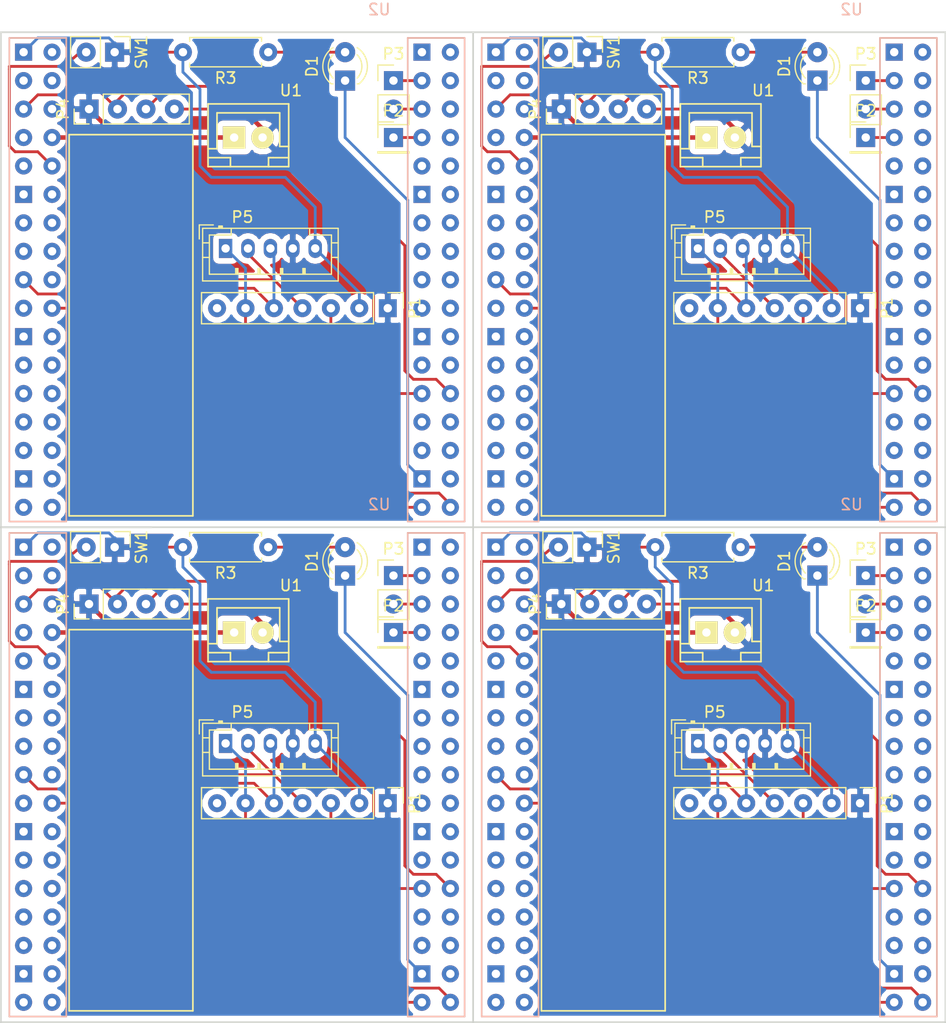
<source format=kicad_pcb>
(kicad_pcb (version 4) (host pcbnew 4.0.7-e2-6376~58~ubuntu16.04.1)
  (layers (0 F.Cu signal) (31 B.Cu signal) (34 B.Paste user) (35 F.Paste user) (36 B.SilkS user) (37 F.SilkS user) (38 B.Mask user) (39 F.Mask user) (44 Edge.Cuts user))
  (net 0 "")
  (net 1 GND)
  (net 2 "Net-(D1-Pad2)")
  (net 3 LoraEN)
  (net 4 "Net-(P1-Pad4)")
  (net 5 "Net-(P1-Pad5)")
  (net 6 LoraAUX)
  (net 7 VCC-3V3)
  (net 8 "Net-(SW1-Pad2)")
  (net 9 BAT)
  (net 10 "Net-(D1-Pad1)")
  (net 11 "Net-(P3-Pad2)")
  (net 12 "Net-(P2-Pad1)")
  (net 13 "Net-(P3-Pad1)")
  (net 14 TWI2-SDA)
  (net 15 TWI-SCK)
  (module Connectors_JST:JST_PH_B5B-PH-K_05x2.00mm_Straight (layer F.Cu) (at 126.746 74.422)
    (fp_text reference P5 (at 1.5 -2.8) (layer F.SilkS))
    (fp_text value "Lora JST Conn")
    (pad 1 thru_hole rect (at 0 0) (size 1.2 1.7) (drill 0.75) (layers *.Cu *.Mask) (net 6 LoraAUX))
    (pad 2 thru_hole oval (at 2 0) (size 1.2 1.7) (drill 0.75) (layers *.Cu *.Mask) (net 4 "Net-(P1-Pad4)"))
    (pad 3 thru_hole oval (at 4 0) (size 1.2 1.7) (drill 0.75) (layers *.Cu *.Mask) (net 5 "Net-(P1-Pad5)"))
    (pad 4 thru_hole oval (at 6 0) (size 1.2 1.7) (drill 0.75) (layers *.Cu *.Mask) (net 1 GND))
    (pad 5 thru_hole oval (at 8 0) (size 1.2 1.7) (drill 0.75) (layers *.Cu *.Mask) (net 7 VCC-3V3))
  )
  (module WiRoc:CONN_OLED_TWI-Socket_Strip_Straight_1x04_Pitch2.54mm (layer F.Cu) (at 114.554 61.976 90)
    (fp_text reference P4 (at 0 -2.33 90) (layer F.SilkS))
    (fp_text value CONN_01X04)
    (pad 1 thru_hole rect (at 0 0 90) (size 1.7 1.7) (drill 0.75) (layers *.Cu *.Mask) (net 1 GND))
    (pad 2 thru_hole oval (at 0 2.54 90) (size 1.7 1.7) (drill 0.75) (layers *.Cu *.Mask) (net 7 VCC-3V3))
    (pad 3 thru_hole oval (at 0 5.08 90) (size 1.7 1.7) (drill 0.75) (layers *.Cu *.Mask) (net 15 TWI-SCK))
    (pad 4 thru_hole oval (at 0 7.62 90) (size 1.7 1.7) (drill 0.75) (layers *.Cu *.Mask) (net 14 TWI2-SDA))
  )
  (module Pin_Headers:Pin_Header_Straight_1x01_Pitch2.54mm (layer F.Cu) (at 141.732 64.516)
    (fp_text reference P2 (at 0 -2.39) (layer F.SilkS))
    (fp_text value CONN_01X01)
    (pad 1 thru_hole rect (at 0 0) (size 1.7 1.7) (drill 0.75) (layers *.Cu *.Mask) (net 12 "Net-(P2-Pad1)"))
  )
  (module Pin_Headers:Pin_Header_Straight_1x02_Pitch2.54mm (layer F.Cu) (at 141.732 59.436)
    (fp_text reference P3 (at 0 -2.39) (layer F.SilkS))
    (fp_text value CONN_01X02)
    (pad 1 thru_hole rect (at 0 0) (size 1.7 1.7) (drill 0.75) (layers *.Cu *.Mask) (net 13 "Net-(P3-Pad1)"))
    (pad 2 thru_hole oval (at 0 2.54) (size 1.7 1.7) (drill 0.75) (layers *.Cu *.Mask) (net 11 "Net-(P3-Pad2)"))
  )
  (module Pin_Headers:Pin_Header_Straight_1x02_Pitch2.54mm (layer F.Cu) (at 116.84 56.896 270)
    (fp_text reference SW1 (at 0 -2.39 270) (layer F.SilkS))
    (fp_text value SW_PUSH)
    (pad 1 thru_hole rect (at 0 0 270) (size 1.7 1.7) (drill 0.75) (layers *.Cu *.Mask) (net 1 GND))
    (pad 2 thru_hole oval (at 0 2.54 270) (size 1.7 1.7) (drill 0.75) (layers *.Cu *.Mask) (net 8 "Net-(SW1-Pad2)"))
  )
  (module Resistors_ThroughHole:R_Axial_DIN0207_L6.3mm_D2.5mm_P7.62mm_Horizontal (layer F.Cu) (at 130.556 56.896 180)
    (fp_text reference R3 (at 3.81 -2.31 180) (layer F.SilkS))
    (fp_text value R)
    (pad 1 thru_hole circle (at 0 0 180) (size 1.6 1.6) (drill 0.75) (layers *.Cu *.Mask) (net 2 "Net-(D1-Pad2)"))
    (pad 2 thru_hole oval (at 7.62 0 180) (size 1.6 1.6) (drill 0.75) (layers *.Cu *.Mask) (net 7 VCC-3V3))
  )
  (module Pin_Headers:Pin_Header_Straight_1x07_Pitch2.54mm (layer F.Cu) (at 141.224 79.756 270)
    (fp_text reference P1 (at 0 -2.39 270) (layer F.SilkS))
    (fp_text value "Lora Conn")
    (pad 1 thru_hole rect (at 0 0 270) (size 1.6 1.6) (drill 0.75) (layers *.Cu *.Mask) (net 1 GND))
    (pad 2 thru_hole circle (at 0 2.54 270) (size 1.6 1.6) (drill 0.75) (layers *.Cu *.Mask) (net 7 VCC-3V3))
    (pad 3 thru_hole circle (at 0 5.08 270) (size 1.6 1.6) (drill 0.75) (layers *.Cu *.Mask) (net 3 LoraEN))
    (pad 4 thru_hole circle (at 0 7.62 270) (size 1.6 1.6) (drill 0.75) (layers *.Cu *.Mask) (net 4 "Net-(P1-Pad4)"))
    (pad 5 thru_hole circle (at 0 10.16 270) (size 1.6 1.6) (drill 0.75) (layers *.Cu *.Mask) (net 5 "Net-(P1-Pad5)"))
    (pad 6 thru_hole circle (at 0 12.7 270) (size 1.6 1.6) (drill 0.75) (layers *.Cu *.Mask) (net 6 LoraAUX))
    (pad 7 thru_hole circle (at 0 15.24 270) (size 1.6 1.6) (drill 0.75) (layers *.Cu *.Mask))
  )
  (module LEDs:LED_D3.0mm (layer F.Cu) (at 137.414 59.436 90)
    (fp_text reference D1 (at 1.27 -2.96 90) (layer F.SilkS))
    (fp_text value LED)
    (pad 1 thru_hole rect (at 0 0 90) (size 1.8 1.8) (drill 0.75) (layers *.Cu *.Mask) (net 10 "Net-(D1-Pad1)"))
    (pad 2 thru_hole circle (at 2.54 0 90) (size 1.8 1.8) (drill 0.75) (layers *.Cu *.Mask) (net 2 "Net-(D1-Pad2)"))
  )
  (module Library:JST_2.56 (layer F.Cu) (at 128.778 64.516)
    (fp_text reference U1 (at 3.8 -4.2) (layer F.SilkS))
    (fp_text value JST-2PIN)
    (pad 1 thru_hole rect (at -1.27 0) (size 2 2) (drill 0.75) (layers *.Cu *.Mask F.SilkS) (net 9 BAT))
    (pad 2 thru_hole circle (at 1.27 0) (size 2 2) (drill 0.75) (layers *.Cu *.Mask F.SilkS) (net 1 GND))
  )
  (module WiRoc:Chip (layer B.Cu) (at 127.762 81.026 180)
    (fp_text reference U2 (at -12.7 27.94 180) (layer B.SilkS) (effects (justify mirror)))
    (fp_text value CHIP)
    (pad 2 thru_hole circle (at 16.51 24.13 180) (size 1.524 1.524) (drill 0.75) (layers *.Cu *.Mask))
    (pad 1 thru_hole rect (at 19.05 24.13 180) (size 1.524 1.524) (drill 0.75) (layers *.Cu *.Mask) (net 1 GND))
    (pad 4 thru_hole circle (at 16.51 21.59 180) (size 1.524 1.524) (drill 0.75) (layers *.Cu *.Mask))
    (pad 3 thru_hole circle (at 19.05 21.59 180) (size 1.524 1.524) (drill 0.75) (layers *.Cu *.Mask))
    (pad 34 thru_hole circle (at 16.51 -16.51 180) (size 1.524 1.524) (drill 0.75) (layers *.Cu *.Mask))
    (pad 33 thru_hole circle (at 19.05 -16.51 180) (size 1.524 1.524) (drill 0.75) (layers *.Cu *.Mask))
    (pad 32 thru_hole circle (at 16.51 -13.97 180) (size 1.524 1.524) (drill 0.75) (layers *.Cu *.Mask))
    (pad 31 thru_hole rect (at 19.05 -13.97 180) (size 1.524 1.524) (drill 0.75) (layers *.Cu *.Mask))
    (pad 30 thru_hole circle (at 16.51 -11.43 180) (size 1.524 1.524) (drill 0.75) (layers *.Cu *.Mask))
    (pad 29 thru_hole circle (at 19.05 -11.43 180) (size 1.524 1.524) (drill 0.75) (layers *.Cu *.Mask))
    (pad 28 thru_hole circle (at 16.51 -8.89 180) (size 1.524 1.524) (drill 0.75) (layers *.Cu *.Mask))
    (pad 27 thru_hole circle (at 19.05 -8.89 180) (size 1.524 1.524) (drill 0.75) (layers *.Cu *.Mask))
    (pad 26 thru_hole circle (at 16.51 -6.35 180) (size 1.524 1.524) (drill 0.75) (layers *.Cu *.Mask))
    (pad 25 thru_hole circle (at 19.05 -6.35 180) (size 1.524 1.524) (drill 0.75) (layers *.Cu *.Mask))
    (pad 24 thru_hole circle (at 16.51 -3.81 180) (size 1.524 1.524) (drill 0.75) (layers *.Cu *.Mask))
    (pad 23 thru_hole circle (at 19.05 -3.81 180) (size 1.524 1.524) (drill 0.75) (layers *.Cu *.Mask))
    (pad 22 thru_hole circle (at 16.51 -1.27 180) (size 1.524 1.524) (drill 0.75) (layers *.Cu *.Mask))
    (pad 21 thru_hole rect (at 19.05 -1.27 180) (size 1.524 1.524) (drill 0.75) (layers *.Cu *.Mask))
    (pad 20 thru_hole circle (at 16.51 1.27 180) (size 1.524 1.524) (drill 0.75) (layers *.Cu *.Mask) (net 5 "Net-(P1-Pad5)"))
    (pad 19 thru_hole circle (at 19.05 1.27 180) (size 1.524 1.524) (drill 0.75) (layers *.Cu *.Mask))
    (pad 18 thru_hole circle (at 16.51 3.81 180) (size 1.524 1.524) (drill 0.75) (layers *.Cu *.Mask))
    (pad 17 thru_hole circle (at 19.05 3.81 180) (size 1.524 1.524) (drill 0.75) (layers *.Cu *.Mask) (net 4 "Net-(P1-Pad4)"))
    (pad 16 thru_hole circle (at 16.51 6.35 180) (size 1.524 1.524) (drill 0.75) (layers *.Cu *.Mask))
    (pad 15 thru_hole circle (at 19.05 6.35 180) (size 1.524 1.524) (drill 0.75) (layers *.Cu *.Mask))
    (pad 14 thru_hole circle (at 16.51 8.89 180) (size 1.524 1.524) (drill 0.75) (layers *.Cu *.Mask))
    (pad 13 thru_hole circle (at 19.05 8.89 180) (size 1.524 1.524) (drill 0.75) (layers *.Cu *.Mask))
    (pad 12 thru_hole circle (at 16.51 11.43 180) (size 1.524 1.524) (drill 0.75) (layers *.Cu *.Mask))
    (pad 11 thru_hole rect (at 19.05 11.43 180) (size 1.524 1.524) (drill 0.75) (layers *.Cu *.Mask))
    (pad 10 thru_hole circle (at 16.51 13.97 180) (size 1.524 1.524) (drill 0.75) (layers *.Cu *.Mask) (net 8 "Net-(SW1-Pad2)"))
    (pad 9 thru_hole circle (at 19.05 13.97 180) (size 1.524 1.524) (drill 0.75) (layers *.Cu *.Mask))
    (pad 8 thru_hole circle (at 16.51 16.51 180) (size 1.524 1.524) (drill 0.75) (layers *.Cu *.Mask) (net 9 BAT))
    (pad 7 thru_hole circle (at 19.05 16.51 180) (size 1.524 1.524) (drill 0.75) (layers *.Cu *.Mask))
    (pad 6 thru_hole circle (at 16.51 19.05 180) (size 1.524 1.524) (drill 0.75) (layers *.Cu *.Mask))
    (pad 5 thru_hole circle (at 19.05 19.05 180) (size 1.524 1.524) (drill 0.75) (layers *.Cu *.Mask) (net 7 VCC-3V3))
    (pad 105 thru_hole circle (at -16.51 19.05 180) (size 1.524 1.524) (drill 0.75) (layers *.Cu *.Mask) (net 11 "Net-(P3-Pad2)"))
    (pad 106 thru_hole circle (at -19.05 19.05 180) (size 1.524 1.524) (drill 0.75) (layers *.Cu *.Mask))
    (pad 107 thru_hole circle (at -16.51 16.51 180) (size 1.524 1.524) (drill 0.75) (layers *.Cu *.Mask) (net 12 "Net-(P2-Pad1)"))
    (pad 108 thru_hole circle (at -19.05 16.51 180) (size 1.524 1.524) (drill 0.75) (layers *.Cu *.Mask))
    (pad 109 thru_hole circle (at -16.51 13.97 180) (size 1.524 1.524) (drill 0.75) (layers *.Cu *.Mask))
    (pad 110 thru_hole circle (at -19.05 13.97 180) (size 1.524 1.524) (drill 0.75) (layers *.Cu *.Mask))
    (pad 111 thru_hole rect (at -16.51 11.43 180) (size 1.524 1.524) (drill 0.75) (layers *.Cu *.Mask))
    (pad 112 thru_hole circle (at -19.05 11.43 180) (size 1.524 1.524) (drill 0.75) (layers *.Cu *.Mask))
    (pad 113 thru_hole circle (at -16.51 8.89 180) (size 1.524 1.524) (drill 0.75) (layers *.Cu *.Mask))
    (pad 114 thru_hole circle (at -19.05 8.89 180) (size 1.524 1.524) (drill 0.75) (layers *.Cu *.Mask))
    (pad 115 thru_hole circle (at -16.51 6.35 180) (size 1.524 1.524) (drill 0.75) (layers *.Cu *.Mask))
    (pad 116 thru_hole circle (at -19.05 6.35 180) (size 1.524 1.524) (drill 0.75) (layers *.Cu *.Mask))
    (pad 117 thru_hole circle (at -16.51 3.81 180) (size 1.524 1.524) (drill 0.75) (layers *.Cu *.Mask))
    (pad 118 thru_hole circle (at -19.05 3.81 180) (size 1.524 1.524) (drill 0.75) (layers *.Cu *.Mask))
    (pad 119 thru_hole circle (at -16.51 1.27 180) (size 1.524 1.524) (drill 0.75) (layers *.Cu *.Mask))
    (pad 120 thru_hole circle (at -19.05 1.27 180) (size 1.524 1.524) (drill 0.75) (layers *.Cu *.Mask))
    (pad 121 thru_hole rect (at -16.51 -1.27 180) (size 1.524 1.524) (drill 0.75) (layers *.Cu *.Mask))
    (pad 122 thru_hole circle (at -19.05 -1.27 180) (size 1.524 1.524) (drill 0.75) (layers *.Cu *.Mask))
    (pad 123 thru_hole circle (at -16.51 -3.81 180) (size 1.524 1.524) (drill 0.75) (layers *.Cu *.Mask))
    (pad 124 thru_hole circle (at -19.05 -3.81 180) (size 1.524 1.524) (drill 0.75) (layers *.Cu *.Mask))
    (pad 125 thru_hole circle (at -16.51 -6.35 180) (size 1.524 1.524) (drill 0.75) (layers *.Cu *.Mask) (net 14 TWI2-SDA))
    (pad 126 thru_hole circle (at -19.05 -6.35 180) (size 1.524 1.524) (drill 0.75) (layers *.Cu *.Mask) (net 15 TWI-SCK))
    (pad 127 thru_hole circle (at -16.51 -8.89 180) (size 1.524 1.524) (drill 0.75) (layers *.Cu *.Mask))
    (pad 128 thru_hole circle (at -19.05 -8.89 180) (size 1.524 1.524) (drill 0.75) (layers *.Cu *.Mask))
    (pad 129 thru_hole circle (at -16.51 -11.43 180) (size 1.524 1.524) (drill 0.75) (layers *.Cu *.Mask))
    (pad 130 thru_hole circle (at -19.05 -11.43 180) (size 1.524 1.524) (drill 0.75) (layers *.Cu *.Mask))
    (pad 131 thru_hole rect (at -16.51 -13.97 180) (size 1.524 1.524) (drill 0.75) (layers *.Cu *.Mask) (net 10 "Net-(D1-Pad1)"))
    (pad 132 thru_hole circle (at -19.05 -13.97 180) (size 1.524 1.524) (drill 0.75) (layers *.Cu *.Mask))
    (pad 133 thru_hole circle (at -16.51 -16.51 180) (size 1.524 1.524) (drill 0.75) (layers *.Cu *.Mask) (net 6 LoraAUX))
    (pad 134 thru_hole circle (at -19.05 -16.51 180) (size 1.524 1.524) (drill 0.75) (layers *.Cu *.Mask) (net 3 LoraEN))
    (pad 103 thru_hole circle (at -16.51 21.59 180) (size 1.524 1.524) (drill 0.75) (layers *.Cu *.Mask) (net 13 "Net-(P3-Pad1)"))
    (pad 104 thru_hole circle (at -19.05 21.59 180) (size 1.524 1.524) (drill 0.75) (layers *.Cu *.Mask))
    (pad 101 thru_hole rect (at -16.51 24.13 180) (size 1.524 1.524) (drill 0.75) (layers *.Cu *.Mask))
    (pad 102 thru_hole circle (at -19.05 24.13 180) (size 1.524 1.524) (drill 0.75) (layers *.Cu *.Mask))
  )
  (module WiRoc:Chip (layer B.Cu) (at 169.926 81.026 180)
    (fp_text reference U2 (at -12.7 27.94 180) (layer B.SilkS) (effects (justify mirror)))
    (fp_text value CHIP)
    (pad 2 thru_hole circle (at 16.51 24.13 180) (size 1.524 1.524) (drill 0.75) (layers *.Cu *.Mask))
    (pad 1 thru_hole rect (at 19.05 24.13 180) (size 1.524 1.524) (drill 0.75) (layers *.Cu *.Mask) (net 1 GND))
    (pad 4 thru_hole circle (at 16.51 21.59 180) (size 1.524 1.524) (drill 0.75) (layers *.Cu *.Mask))
    (pad 3 thru_hole circle (at 19.05 21.59 180) (size 1.524 1.524) (drill 0.75) (layers *.Cu *.Mask))
    (pad 34 thru_hole circle (at 16.51 -16.51 180) (size 1.524 1.524) (drill 0.75) (layers *.Cu *.Mask))
    (pad 33 thru_hole circle (at 19.05 -16.51 180) (size 1.524 1.524) (drill 0.75) (layers *.Cu *.Mask))
    (pad 32 thru_hole circle (at 16.51 -13.97 180) (size 1.524 1.524) (drill 0.75) (layers *.Cu *.Mask))
    (pad 31 thru_hole rect (at 19.05 -13.97 180) (size 1.524 1.524) (drill 0.75) (layers *.Cu *.Mask))
    (pad 30 thru_hole circle (at 16.51 -11.43 180) (size 1.524 1.524) (drill 0.75) (layers *.Cu *.Mask))
    (pad 29 thru_hole circle (at 19.05 -11.43 180) (size 1.524 1.524) (drill 0.75) (layers *.Cu *.Mask))
    (pad 28 thru_hole circle (at 16.51 -8.89 180) (size 1.524 1.524) (drill 0.75) (layers *.Cu *.Mask))
    (pad 27 thru_hole circle (at 19.05 -8.89 180) (size 1.524 1.524) (drill 0.75) (layers *.Cu *.Mask))
    (pad 26 thru_hole circle (at 16.51 -6.35 180) (size 1.524 1.524) (drill 0.75) (layers *.Cu *.Mask))
    (pad 25 thru_hole circle (at 19.05 -6.35 180) (size 1.524 1.524) (drill 0.75) (layers *.Cu *.Mask))
    (pad 24 thru_hole circle (at 16.51 -3.81 180) (size 1.524 1.524) (drill 0.75) (layers *.Cu *.Mask))
    (pad 23 thru_hole circle (at 19.05 -3.81 180) (size 1.524 1.524) (drill 0.75) (layers *.Cu *.Mask))
    (pad 22 thru_hole circle (at 16.51 -1.27 180) (size 1.524 1.524) (drill 0.75) (layers *.Cu *.Mask))
    (pad 21 thru_hole rect (at 19.05 -1.27 180) (size 1.524 1.524) (drill 0.75) (layers *.Cu *.Mask))
    (pad 20 thru_hole circle (at 16.51 1.27 180) (size 1.524 1.524) (drill 0.75) (layers *.Cu *.Mask) (net 5 "Net-(P1-Pad5)"))
    (pad 19 thru_hole circle (at 19.05 1.27 180) (size 1.524 1.524) (drill 0.75) (layers *.Cu *.Mask))
    (pad 18 thru_hole circle (at 16.51 3.81 180) (size 1.524 1.524) (drill 0.75) (layers *.Cu *.Mask))
    (pad 17 thru_hole circle (at 19.05 3.81 180) (size 1.524 1.524) (drill 0.75) (layers *.Cu *.Mask) (net 4 "Net-(P1-Pad4)"))
    (pad 16 thru_hole circle (at 16.51 6.35 180) (size 1.524 1.524) (drill 0.75) (layers *.Cu *.Mask))
    (pad 15 thru_hole circle (at 19.05 6.35 180) (size 1.524 1.524) (drill 0.75) (layers *.Cu *.Mask))
    (pad 14 thru_hole circle (at 16.51 8.89 180) (size 1.524 1.524) (drill 0.75) (layers *.Cu *.Mask))
    (pad 13 thru_hole circle (at 19.05 8.89 180) (size 1.524 1.524) (drill 0.75) (layers *.Cu *.Mask))
    (pad 12 thru_hole circle (at 16.51 11.43 180) (size 1.524 1.524) (drill 0.75) (layers *.Cu *.Mask))
    (pad 11 thru_hole rect (at 19.05 11.43 180) (size 1.524 1.524) (drill 0.75) (layers *.Cu *.Mask))
    (pad 10 thru_hole circle (at 16.51 13.97 180) (size 1.524 1.524) (drill 0.75) (layers *.Cu *.Mask) (net 8 "Net-(SW1-Pad2)"))
    (pad 9 thru_hole circle (at 19.05 13.97 180) (size 1.524 1.524) (drill 0.75) (layers *.Cu *.Mask))
    (pad 8 thru_hole circle (at 16.51 16.51 180) (size 1.524 1.524) (drill 0.75) (layers *.Cu *.Mask) (net 9 BAT))
    (pad 7 thru_hole circle (at 19.05 16.51 180) (size 1.524 1.524) (drill 0.75) (layers *.Cu *.Mask))
    (pad 6 thru_hole circle (at 16.51 19.05 180) (size 1.524 1.524) (drill 0.75) (layers *.Cu *.Mask))
    (pad 5 thru_hole circle (at 19.05 19.05 180) (size 1.524 1.524) (drill 0.75) (layers *.Cu *.Mask) (net 7 VCC-3V3))
    (pad 105 thru_hole circle (at -16.51 19.05 180) (size 1.524 1.524) (drill 0.75) (layers *.Cu *.Mask) (net 11 "Net-(P3-Pad2)"))
    (pad 106 thru_hole circle (at -19.05 19.05 180) (size 1.524 1.524) (drill 0.75) (layers *.Cu *.Mask))
    (pad 107 thru_hole circle (at -16.51 16.51 180) (size 1.524 1.524) (drill 0.75) (layers *.Cu *.Mask) (net 12 "Net-(P2-Pad1)"))
    (pad 108 thru_hole circle (at -19.05 16.51 180) (size 1.524 1.524) (drill 0.75) (layers *.Cu *.Mask))
    (pad 109 thru_hole circle (at -16.51 13.97 180) (size 1.524 1.524) (drill 0.75) (layers *.Cu *.Mask))
    (pad 110 thru_hole circle (at -19.05 13.97 180) (size 1.524 1.524) (drill 0.75) (layers *.Cu *.Mask))
    (pad 111 thru_hole rect (at -16.51 11.43 180) (size 1.524 1.524) (drill 0.75) (layers *.Cu *.Mask))
    (pad 112 thru_hole circle (at -19.05 11.43 180) (size 1.524 1.524) (drill 0.75) (layers *.Cu *.Mask))
    (pad 113 thru_hole circle (at -16.51 8.89 180) (size 1.524 1.524) (drill 0.75) (layers *.Cu *.Mask))
    (pad 114 thru_hole circle (at -19.05 8.89 180) (size 1.524 1.524) (drill 0.75) (layers *.Cu *.Mask))
    (pad 115 thru_hole circle (at -16.51 6.35 180) (size 1.524 1.524) (drill 0.75) (layers *.Cu *.Mask))
    (pad 116 thru_hole circle (at -19.05 6.35 180) (size 1.524 1.524) (drill 0.75) (layers *.Cu *.Mask))
    (pad 117 thru_hole circle (at -16.51 3.81 180) (size 1.524 1.524) (drill 0.75) (layers *.Cu *.Mask))
    (pad 118 thru_hole circle (at -19.05 3.81 180) (size 1.524 1.524) (drill 0.75) (layers *.Cu *.Mask))
    (pad 119 thru_hole circle (at -16.51 1.27 180) (size 1.524 1.524) (drill 0.75) (layers *.Cu *.Mask))
    (pad 120 thru_hole circle (at -19.05 1.27 180) (size 1.524 1.524) (drill 0.75) (layers *.Cu *.Mask))
    (pad 121 thru_hole rect (at -16.51 -1.27 180) (size 1.524 1.524) (drill 0.75) (layers *.Cu *.Mask))
    (pad 122 thru_hole circle (at -19.05 -1.27 180) (size 1.524 1.524) (drill 0.75) (layers *.Cu *.Mask))
    (pad 123 thru_hole circle (at -16.51 -3.81 180) (size 1.524 1.524) (drill 0.75) (layers *.Cu *.Mask))
    (pad 124 thru_hole circle (at -19.05 -3.81 180) (size 1.524 1.524) (drill 0.75) (layers *.Cu *.Mask))
    (pad 125 thru_hole circle (at -16.51 -6.35 180) (size 1.524 1.524) (drill 0.75) (layers *.Cu *.Mask) (net 14 TWI2-SDA))
    (pad 126 thru_hole circle (at -19.05 -6.35 180) (size 1.524 1.524) (drill 0.75) (layers *.Cu *.Mask) (net 15 TWI-SCK))
    (pad 127 thru_hole circle (at -16.51 -8.89 180) (size 1.524 1.524) (drill 0.75) (layers *.Cu *.Mask))
    (pad 128 thru_hole circle (at -19.05 -8.89 180) (size 1.524 1.524) (drill 0.75) (layers *.Cu *.Mask))
    (pad 129 thru_hole circle (at -16.51 -11.43 180) (size 1.524 1.524) (drill 0.75) (layers *.Cu *.Mask))
    (pad 130 thru_hole circle (at -19.05 -11.43 180) (size 1.524 1.524) (drill 0.75) (layers *.Cu *.Mask))
    (pad 131 thru_hole rect (at -16.51 -13.97 180) (size 1.524 1.524) (drill 0.75) (layers *.Cu *.Mask) (net 10 "Net-(D1-Pad1)"))
    (pad 132 thru_hole circle (at -19.05 -13.97 180) (size 1.524 1.524) (drill 0.75) (layers *.Cu *.Mask))
    (pad 133 thru_hole circle (at -16.51 -16.51 180) (size 1.524 1.524) (drill 0.75) (layers *.Cu *.Mask) (net 6 LoraAUX))
    (pad 134 thru_hole circle (at -19.05 -16.51 180) (size 1.524 1.524) (drill 0.75) (layers *.Cu *.Mask) (net 3 LoraEN))
    (pad 103 thru_hole circle (at -16.51 21.59 180) (size 1.524 1.524) (drill 0.75) (layers *.Cu *.Mask) (net 13 "Net-(P3-Pad1)"))
    (pad 104 thru_hole circle (at -19.05 21.59 180) (size 1.524 1.524) (drill 0.75) (layers *.Cu *.Mask))
    (pad 101 thru_hole rect (at -16.51 24.13 180) (size 1.524 1.524) (drill 0.75) (layers *.Cu *.Mask))
    (pad 102 thru_hole circle (at -19.05 24.13 180) (size 1.524 1.524) (drill 0.75) (layers *.Cu *.Mask))
  )
  (module Library:JST_2.56 (layer F.Cu) (at 170.942 64.516)
    (fp_text reference U1 (at 3.8 -4.2) (layer F.SilkS))
    (fp_text value JST-2PIN)
    (pad 1 thru_hole rect (at -1.27 0) (size 2 2) (drill 0.75) (layers *.Cu *.Mask F.SilkS) (net 9 BAT))
    (pad 2 thru_hole circle (at 1.27 0) (size 2 2) (drill 0.75) (layers *.Cu *.Mask F.SilkS) (net 1 GND))
  )
  (module LEDs:LED_D3.0mm (layer F.Cu) (at 179.578 59.436 90)
    (fp_text reference D1 (at 1.27 -2.96 90) (layer F.SilkS))
    (fp_text value LED)
    (pad 1 thru_hole rect (at 0 0 90) (size 1.8 1.8) (drill 0.75) (layers *.Cu *.Mask) (net 10 "Net-(D1-Pad1)"))
    (pad 2 thru_hole circle (at 2.54 0 90) (size 1.8 1.8) (drill 0.75) (layers *.Cu *.Mask) (net 2 "Net-(D1-Pad2)"))
  )
  (module Pin_Headers:Pin_Header_Straight_1x07_Pitch2.54mm (layer F.Cu) (at 183.388 79.756 270)
    (fp_text reference P1 (at 0 -2.39 270) (layer F.SilkS))
    (fp_text value "Lora Conn")
    (pad 1 thru_hole rect (at 0 0 270) (size 1.6 1.6) (drill 0.75) (layers *.Cu *.Mask) (net 1 GND))
    (pad 2 thru_hole circle (at 0 2.54 270) (size 1.6 1.6) (drill 0.75) (layers *.Cu *.Mask) (net 7 VCC-3V3))
    (pad 3 thru_hole circle (at 0 5.08 270) (size 1.6 1.6) (drill 0.75) (layers *.Cu *.Mask) (net 3 LoraEN))
    (pad 4 thru_hole circle (at 0 7.62 270) (size 1.6 1.6) (drill 0.75) (layers *.Cu *.Mask) (net 4 "Net-(P1-Pad4)"))
    (pad 5 thru_hole circle (at 0 10.16 270) (size 1.6 1.6) (drill 0.75) (layers *.Cu *.Mask) (net 5 "Net-(P1-Pad5)"))
    (pad 6 thru_hole circle (at 0 12.7 270) (size 1.6 1.6) (drill 0.75) (layers *.Cu *.Mask) (net 6 LoraAUX))
    (pad 7 thru_hole circle (at 0 15.24 270) (size 1.6 1.6) (drill 0.75) (layers *.Cu *.Mask))
  )
  (module Resistors_ThroughHole:R_Axial_DIN0207_L6.3mm_D2.5mm_P7.62mm_Horizontal (layer F.Cu) (at 172.72 56.896 180)
    (fp_text reference R3 (at 3.81 -2.31 180) (layer F.SilkS))
    (fp_text value R)
    (pad 1 thru_hole circle (at 0 0 180) (size 1.6 1.6) (drill 0.75) (layers *.Cu *.Mask) (net 2 "Net-(D1-Pad2)"))
    (pad 2 thru_hole oval (at 7.62 0 180) (size 1.6 1.6) (drill 0.75) (layers *.Cu *.Mask) (net 7 VCC-3V3))
  )
  (module Pin_Headers:Pin_Header_Straight_1x02_Pitch2.54mm (layer F.Cu) (at 159.004 56.896 270)
    (fp_text reference SW1 (at 0 -2.39 270) (layer F.SilkS))
    (fp_text value SW_PUSH)
    (pad 1 thru_hole rect (at 0 0 270) (size 1.7 1.7) (drill 0.75) (layers *.Cu *.Mask) (net 1 GND))
    (pad 2 thru_hole oval (at 0 2.54 270) (size 1.7 1.7) (drill 0.75) (layers *.Cu *.Mask) (net 8 "Net-(SW1-Pad2)"))
  )
  (module Pin_Headers:Pin_Header_Straight_1x02_Pitch2.54mm (layer F.Cu) (at 183.896 59.436)
    (fp_text reference P3 (at 0 -2.39) (layer F.SilkS))
    (fp_text value CONN_01X02)
    (pad 1 thru_hole rect (at 0 0) (size 1.7 1.7) (drill 0.75) (layers *.Cu *.Mask) (net 13 "Net-(P3-Pad1)"))
    (pad 2 thru_hole oval (at 0 2.54) (size 1.7 1.7) (drill 0.75) (layers *.Cu *.Mask) (net 11 "Net-(P3-Pad2)"))
  )
  (module Pin_Headers:Pin_Header_Straight_1x01_Pitch2.54mm (layer F.Cu) (at 183.896 64.516)
    (fp_text reference P2 (at 0 -2.39) (layer F.SilkS))
    (fp_text value CONN_01X01)
    (pad 1 thru_hole rect (at 0 0) (size 1.7 1.7) (drill 0.75) (layers *.Cu *.Mask) (net 12 "Net-(P2-Pad1)"))
  )
  (module WiRoc:CONN_OLED_TWI-Socket_Strip_Straight_1x04_Pitch2.54mm (layer F.Cu) (at 156.718 61.976 90)
    (fp_text reference P4 (at 0 -2.33 90) (layer F.SilkS))
    (fp_text value CONN_01X04)
    (pad 1 thru_hole rect (at 0 0 90) (size 1.7 1.7) (drill 0.75) (layers *.Cu *.Mask) (net 1 GND))
    (pad 2 thru_hole oval (at 0 2.54 90) (size 1.7 1.7) (drill 0.75) (layers *.Cu *.Mask) (net 7 VCC-3V3))
    (pad 3 thru_hole oval (at 0 5.08 90) (size 1.7 1.7) (drill 0.75) (layers *.Cu *.Mask) (net 15 TWI-SCK))
    (pad 4 thru_hole oval (at 0 7.62 90) (size 1.7 1.7) (drill 0.75) (layers *.Cu *.Mask) (net 14 TWI2-SDA))
  )
  (module Connectors_JST:JST_PH_B5B-PH-K_05x2.00mm_Straight (layer F.Cu) (at 168.91 74.422)
    (fp_text reference P5 (at 1.5 -2.8) (layer F.SilkS))
    (fp_text value "Lora JST Conn")
    (pad 1 thru_hole rect (at 0 0) (size 1.2 1.7) (drill 0.75) (layers *.Cu *.Mask) (net 6 LoraAUX))
    (pad 2 thru_hole oval (at 2 0) (size 1.2 1.7) (drill 0.75) (layers *.Cu *.Mask) (net 4 "Net-(P1-Pad4)"))
    (pad 3 thru_hole oval (at 4 0) (size 1.2 1.7) (drill 0.75) (layers *.Cu *.Mask) (net 5 "Net-(P1-Pad5)"))
    (pad 4 thru_hole oval (at 6 0) (size 1.2 1.7) (drill 0.75) (layers *.Cu *.Mask) (net 1 GND))
    (pad 5 thru_hole oval (at 8 0) (size 1.2 1.7) (drill 0.75) (layers *.Cu *.Mask) (net 7 VCC-3V3))
  )
  (module Connectors_JST:JST_PH_B5B-PH-K_05x2.00mm_Straight (layer F.Cu) (at 168.91 118.618)
    (fp_text reference P5 (at 1.5 -2.8) (layer F.SilkS))
    (fp_text value "Lora JST Conn")
    (pad 1 thru_hole rect (at 0 0) (size 1.2 1.7) (drill 0.75) (layers *.Cu *.Mask) (net 6 LoraAUX))
    (pad 2 thru_hole oval (at 2 0) (size 1.2 1.7) (drill 0.75) (layers *.Cu *.Mask) (net 4 "Net-(P1-Pad4)"))
    (pad 3 thru_hole oval (at 4 0) (size 1.2 1.7) (drill 0.75) (layers *.Cu *.Mask) (net 5 "Net-(P1-Pad5)"))
    (pad 4 thru_hole oval (at 6 0) (size 1.2 1.7) (drill 0.75) (layers *.Cu *.Mask) (net 1 GND))
    (pad 5 thru_hole oval (at 8 0) (size 1.2 1.7) (drill 0.75) (layers *.Cu *.Mask) (net 7 VCC-3V3))
  )
  (module WiRoc:CONN_OLED_TWI-Socket_Strip_Straight_1x04_Pitch2.54mm (layer F.Cu) (at 156.718 106.172 90)
    (fp_text reference P4 (at 0 -2.33 90) (layer F.SilkS))
    (fp_text value CONN_01X04)
    (pad 1 thru_hole rect (at 0 0 90) (size 1.7 1.7) (drill 0.75) (layers *.Cu *.Mask) (net 1 GND))
    (pad 2 thru_hole oval (at 0 2.54 90) (size 1.7 1.7) (drill 0.75) (layers *.Cu *.Mask) (net 7 VCC-3V3))
    (pad 3 thru_hole oval (at 0 5.08 90) (size 1.7 1.7) (drill 0.75) (layers *.Cu *.Mask) (net 15 TWI-SCK))
    (pad 4 thru_hole oval (at 0 7.62 90) (size 1.7 1.7) (drill 0.75) (layers *.Cu *.Mask) (net 14 TWI2-SDA))
  )
  (module Pin_Headers:Pin_Header_Straight_1x01_Pitch2.54mm (layer F.Cu) (at 183.896 108.712)
    (fp_text reference P2 (at 0 -2.39) (layer F.SilkS))
    (fp_text value CONN_01X01)
    (pad 1 thru_hole rect (at 0 0) (size 1.7 1.7) (drill 0.75) (layers *.Cu *.Mask) (net 12 "Net-(P2-Pad1)"))
  )
  (module Pin_Headers:Pin_Header_Straight_1x02_Pitch2.54mm (layer F.Cu) (at 183.896 103.632)
    (fp_text reference P3 (at 0 -2.39) (layer F.SilkS))
    (fp_text value CONN_01X02)
    (pad 1 thru_hole rect (at 0 0) (size 1.7 1.7) (drill 0.75) (layers *.Cu *.Mask) (net 13 "Net-(P3-Pad1)"))
    (pad 2 thru_hole oval (at 0 2.54) (size 1.7 1.7) (drill 0.75) (layers *.Cu *.Mask) (net 11 "Net-(P3-Pad2)"))
  )
  (module Pin_Headers:Pin_Header_Straight_1x02_Pitch2.54mm (layer F.Cu) (at 159.004 101.092 270)
    (fp_text reference SW1 (at 0 -2.39 270) (layer F.SilkS))
    (fp_text value SW_PUSH)
    (pad 1 thru_hole rect (at 0 0 270) (size 1.7 1.7) (drill 0.75) (layers *.Cu *.Mask) (net 1 GND))
    (pad 2 thru_hole oval (at 0 2.54 270) (size 1.7 1.7) (drill 0.75) (layers *.Cu *.Mask) (net 8 "Net-(SW1-Pad2)"))
  )
  (module Resistors_ThroughHole:R_Axial_DIN0207_L6.3mm_D2.5mm_P7.62mm_Horizontal (layer F.Cu) (at 172.72 101.092 180)
    (fp_text reference R3 (at 3.81 -2.31 180) (layer F.SilkS))
    (fp_text value R)
    (pad 1 thru_hole circle (at 0 0 180) (size 1.6 1.6) (drill 0.75) (layers *.Cu *.Mask) (net 2 "Net-(D1-Pad2)"))
    (pad 2 thru_hole oval (at 7.62 0 180) (size 1.6 1.6) (drill 0.75) (layers *.Cu *.Mask) (net 7 VCC-3V3))
  )
  (module Pin_Headers:Pin_Header_Straight_1x07_Pitch2.54mm (layer F.Cu) (at 183.388 123.952 270)
    (fp_text reference P1 (at 0 -2.39 270) (layer F.SilkS))
    (fp_text value "Lora Conn")
    (pad 1 thru_hole rect (at 0 0 270) (size 1.6 1.6) (drill 0.75) (layers *.Cu *.Mask) (net 1 GND))
    (pad 2 thru_hole circle (at 0 2.54 270) (size 1.6 1.6) (drill 0.75) (layers *.Cu *.Mask) (net 7 VCC-3V3))
    (pad 3 thru_hole circle (at 0 5.08 270) (size 1.6 1.6) (drill 0.75) (layers *.Cu *.Mask) (net 3 LoraEN))
    (pad 4 thru_hole circle (at 0 7.62 270) (size 1.6 1.6) (drill 0.75) (layers *.Cu *.Mask) (net 4 "Net-(P1-Pad4)"))
    (pad 5 thru_hole circle (at 0 10.16 270) (size 1.6 1.6) (drill 0.75) (layers *.Cu *.Mask) (net 5 "Net-(P1-Pad5)"))
    (pad 6 thru_hole circle (at 0 12.7 270) (size 1.6 1.6) (drill 0.75) (layers *.Cu *.Mask) (net 6 LoraAUX))
    (pad 7 thru_hole circle (at 0 15.24 270) (size 1.6 1.6) (drill 0.75) (layers *.Cu *.Mask))
  )
  (module LEDs:LED_D3.0mm (layer F.Cu) (at 179.578 103.632 90)
    (fp_text reference D1 (at 1.27 -2.96 90) (layer F.SilkS))
    (fp_text value LED)
    (pad 1 thru_hole rect (at 0 0 90) (size 1.8 1.8) (drill 0.75) (layers *.Cu *.Mask) (net 10 "Net-(D1-Pad1)"))
    (pad 2 thru_hole circle (at 2.54 0 90) (size 1.8 1.8) (drill 0.75) (layers *.Cu *.Mask) (net 2 "Net-(D1-Pad2)"))
  )
  (module Library:JST_2.56 (layer F.Cu) (at 170.942 108.712)
    (fp_text reference U1 (at 3.8 -4.2) (layer F.SilkS))
    (fp_text value JST-2PIN)
    (pad 1 thru_hole rect (at -1.27 0) (size 2 2) (drill 0.75) (layers *.Cu *.Mask F.SilkS) (net 9 BAT))
    (pad 2 thru_hole circle (at 1.27 0) (size 2 2) (drill 0.75) (layers *.Cu *.Mask F.SilkS) (net 1 GND))
  )
  (module WiRoc:Chip (layer B.Cu) (at 169.926 125.222 180)
    (fp_text reference U2 (at -12.7 27.94 180) (layer B.SilkS) (effects (justify mirror)))
    (fp_text value CHIP)
    (pad 2 thru_hole circle (at 16.51 24.13 180) (size 1.524 1.524) (drill 0.75) (layers *.Cu *.Mask))
    (pad 1 thru_hole rect (at 19.05 24.13 180) (size 1.524 1.524) (drill 0.75) (layers *.Cu *.Mask) (net 1 GND))
    (pad 4 thru_hole circle (at 16.51 21.59 180) (size 1.524 1.524) (drill 0.75) (layers *.Cu *.Mask))
    (pad 3 thru_hole circle (at 19.05 21.59 180) (size 1.524 1.524) (drill 0.75) (layers *.Cu *.Mask))
    (pad 34 thru_hole circle (at 16.51 -16.51 180) (size 1.524 1.524) (drill 0.75) (layers *.Cu *.Mask))
    (pad 33 thru_hole circle (at 19.05 -16.51 180) (size 1.524 1.524) (drill 0.75) (layers *.Cu *.Mask))
    (pad 32 thru_hole circle (at 16.51 -13.97 180) (size 1.524 1.524) (drill 0.75) (layers *.Cu *.Mask))
    (pad 31 thru_hole rect (at 19.05 -13.97 180) (size 1.524 1.524) (drill 0.75) (layers *.Cu *.Mask))
    (pad 30 thru_hole circle (at 16.51 -11.43 180) (size 1.524 1.524) (drill 0.75) (layers *.Cu *.Mask))
    (pad 29 thru_hole circle (at 19.05 -11.43 180) (size 1.524 1.524) (drill 0.75) (layers *.Cu *.Mask))
    (pad 28 thru_hole circle (at 16.51 -8.89 180) (size 1.524 1.524) (drill 0.75) (layers *.Cu *.Mask))
    (pad 27 thru_hole circle (at 19.05 -8.89 180) (size 1.524 1.524) (drill 0.75) (layers *.Cu *.Mask))
    (pad 26 thru_hole circle (at 16.51 -6.35 180) (size 1.524 1.524) (drill 0.75) (layers *.Cu *.Mask))
    (pad 25 thru_hole circle (at 19.05 -6.35 180) (size 1.524 1.524) (drill 0.75) (layers *.Cu *.Mask))
    (pad 24 thru_hole circle (at 16.51 -3.81 180) (size 1.524 1.524) (drill 0.75) (layers *.Cu *.Mask))
    (pad 23 thru_hole circle (at 19.05 -3.81 180) (size 1.524 1.524) (drill 0.75) (layers *.Cu *.Mask))
    (pad 22 thru_hole circle (at 16.51 -1.27 180) (size 1.524 1.524) (drill 0.75) (layers *.Cu *.Mask))
    (pad 21 thru_hole rect (at 19.05 -1.27 180) (size 1.524 1.524) (drill 0.75) (layers *.Cu *.Mask))
    (pad 20 thru_hole circle (at 16.51 1.27 180) (size 1.524 1.524) (drill 0.75) (layers *.Cu *.Mask) (net 5 "Net-(P1-Pad5)"))
    (pad 19 thru_hole circle (at 19.05 1.27 180) (size 1.524 1.524) (drill 0.75) (layers *.Cu *.Mask))
    (pad 18 thru_hole circle (at 16.51 3.81 180) (size 1.524 1.524) (drill 0.75) (layers *.Cu *.Mask))
    (pad 17 thru_hole circle (at 19.05 3.81 180) (size 1.524 1.524) (drill 0.75) (layers *.Cu *.Mask) (net 4 "Net-(P1-Pad4)"))
    (pad 16 thru_hole circle (at 16.51 6.35 180) (size 1.524 1.524) (drill 0.75) (layers *.Cu *.Mask))
    (pad 15 thru_hole circle (at 19.05 6.35 180) (size 1.524 1.524) (drill 0.75) (layers *.Cu *.Mask))
    (pad 14 thru_hole circle (at 16.51 8.89 180) (size 1.524 1.524) (drill 0.75) (layers *.Cu *.Mask))
    (pad 13 thru_hole circle (at 19.05 8.89 180) (size 1.524 1.524) (drill 0.75) (layers *.Cu *.Mask))
    (pad 12 thru_hole circle (at 16.51 11.43 180) (size 1.524 1.524) (drill 0.75) (layers *.Cu *.Mask))
    (pad 11 thru_hole rect (at 19.05 11.43 180) (size 1.524 1.524) (drill 0.75) (layers *.Cu *.Mask))
    (pad 10 thru_hole circle (at 16.51 13.97 180) (size 1.524 1.524) (drill 0.75) (layers *.Cu *.Mask) (net 8 "Net-(SW1-Pad2)"))
    (pad 9 thru_hole circle (at 19.05 13.97 180) (size 1.524 1.524) (drill 0.75) (layers *.Cu *.Mask))
    (pad 8 thru_hole circle (at 16.51 16.51 180) (size 1.524 1.524) (drill 0.75) (layers *.Cu *.Mask) (net 9 BAT))
    (pad 7 thru_hole circle (at 19.05 16.51 180) (size 1.524 1.524) (drill 0.75) (layers *.Cu *.Mask))
    (pad 6 thru_hole circle (at 16.51 19.05 180) (size 1.524 1.524) (drill 0.75) (layers *.Cu *.Mask))
    (pad 5 thru_hole circle (at 19.05 19.05 180) (size 1.524 1.524) (drill 0.75) (layers *.Cu *.Mask) (net 7 VCC-3V3))
    (pad 105 thru_hole circle (at -16.51 19.05 180) (size 1.524 1.524) (drill 0.75) (layers *.Cu *.Mask) (net 11 "Net-(P3-Pad2)"))
    (pad 106 thru_hole circle (at -19.05 19.05 180) (size 1.524 1.524) (drill 0.75) (layers *.Cu *.Mask))
    (pad 107 thru_hole circle (at -16.51 16.51 180) (size 1.524 1.524) (drill 0.75) (layers *.Cu *.Mask) (net 12 "Net-(P2-Pad1)"))
    (pad 108 thru_hole circle (at -19.05 16.51 180) (size 1.524 1.524) (drill 0.75) (layers *.Cu *.Mask))
    (pad 109 thru_hole circle (at -16.51 13.97 180) (size 1.524 1.524) (drill 0.75) (layers *.Cu *.Mask))
    (pad 110 thru_hole circle (at -19.05 13.97 180) (size 1.524 1.524) (drill 0.75) (layers *.Cu *.Mask))
    (pad 111 thru_hole rect (at -16.51 11.43 180) (size 1.524 1.524) (drill 0.75) (layers *.Cu *.Mask))
    (pad 112 thru_hole circle (at -19.05 11.43 180) (size 1.524 1.524) (drill 0.75) (layers *.Cu *.Mask))
    (pad 113 thru_hole circle (at -16.51 8.89 180) (size 1.524 1.524) (drill 0.75) (layers *.Cu *.Mask))
    (pad 114 thru_hole circle (at -19.05 8.89 180) (size 1.524 1.524) (drill 0.75) (layers *.Cu *.Mask))
    (pad 115 thru_hole circle (at -16.51 6.35 180) (size 1.524 1.524) (drill 0.75) (layers *.Cu *.Mask))
    (pad 116 thru_hole circle (at -19.05 6.35 180) (size 1.524 1.524) (drill 0.75) (layers *.Cu *.Mask))
    (pad 117 thru_hole circle (at -16.51 3.81 180) (size 1.524 1.524) (drill 0.75) (layers *.Cu *.Mask))
    (pad 118 thru_hole circle (at -19.05 3.81 180) (size 1.524 1.524) (drill 0.75) (layers *.Cu *.Mask))
    (pad 119 thru_hole circle (at -16.51 1.27 180) (size 1.524 1.524) (drill 0.75) (layers *.Cu *.Mask))
    (pad 120 thru_hole circle (at -19.05 1.27 180) (size 1.524 1.524) (drill 0.75) (layers *.Cu *.Mask))
    (pad 121 thru_hole rect (at -16.51 -1.27 180) (size 1.524 1.524) (drill 0.75) (layers *.Cu *.Mask))
    (pad 122 thru_hole circle (at -19.05 -1.27 180) (size 1.524 1.524) (drill 0.75) (layers *.Cu *.Mask))
    (pad 123 thru_hole circle (at -16.51 -3.81 180) (size 1.524 1.524) (drill 0.75) (layers *.Cu *.Mask))
    (pad 124 thru_hole circle (at -19.05 -3.81 180) (size 1.524 1.524) (drill 0.75) (layers *.Cu *.Mask))
    (pad 125 thru_hole circle (at -16.51 -6.35 180) (size 1.524 1.524) (drill 0.75) (layers *.Cu *.Mask) (net 14 TWI2-SDA))
    (pad 126 thru_hole circle (at -19.05 -6.35 180) (size 1.524 1.524) (drill 0.75) (layers *.Cu *.Mask) (net 15 TWI-SCK))
    (pad 127 thru_hole circle (at -16.51 -8.89 180) (size 1.524 1.524) (drill 0.75) (layers *.Cu *.Mask))
    (pad 128 thru_hole circle (at -19.05 -8.89 180) (size 1.524 1.524) (drill 0.75) (layers *.Cu *.Mask))
    (pad 129 thru_hole circle (at -16.51 -11.43 180) (size 1.524 1.524) (drill 0.75) (layers *.Cu *.Mask))
    (pad 130 thru_hole circle (at -19.05 -11.43 180) (size 1.524 1.524) (drill 0.75) (layers *.Cu *.Mask))
    (pad 131 thru_hole rect (at -16.51 -13.97 180) (size 1.524 1.524) (drill 0.75) (layers *.Cu *.Mask) (net 10 "Net-(D1-Pad1)"))
    (pad 132 thru_hole circle (at -19.05 -13.97 180) (size 1.524 1.524) (drill 0.75) (layers *.Cu *.Mask))
    (pad 133 thru_hole circle (at -16.51 -16.51 180) (size 1.524 1.524) (drill 0.75) (layers *.Cu *.Mask) (net 6 LoraAUX))
    (pad 134 thru_hole circle (at -19.05 -16.51 180) (size 1.524 1.524) (drill 0.75) (layers *.Cu *.Mask) (net 3 LoraEN))
    (pad 103 thru_hole circle (at -16.51 21.59 180) (size 1.524 1.524) (drill 0.75) (layers *.Cu *.Mask) (net 13 "Net-(P3-Pad1)"))
    (pad 104 thru_hole circle (at -19.05 21.59 180) (size 1.524 1.524) (drill 0.75) (layers *.Cu *.Mask))
    (pad 101 thru_hole rect (at -16.51 24.13 180) (size 1.524 1.524) (drill 0.75) (layers *.Cu *.Mask))
    (pad 102 thru_hole circle (at -19.05 24.13 180) (size 1.524 1.524) (drill 0.75) (layers *.Cu *.Mask))
  )
  (module WiRoc:Chip (layer B.Cu) (at 127.762 125.222 180)
    (fp_text reference U2 (at -12.7 27.94 180) (layer B.SilkS) (effects (justify mirror)))
    (fp_text value CHIP)
    (pad 2 thru_hole circle (at 16.51 24.13 180) (size 1.524 1.524) (drill 0.75) (layers *.Cu *.Mask))
    (pad 1 thru_hole rect (at 19.05 24.13 180) (size 1.524 1.524) (drill 0.75) (layers *.Cu *.Mask) (net 1 GND))
    (pad 4 thru_hole circle (at 16.51 21.59 180) (size 1.524 1.524) (drill 0.75) (layers *.Cu *.Mask))
    (pad 3 thru_hole circle (at 19.05 21.59 180) (size 1.524 1.524) (drill 0.75) (layers *.Cu *.Mask))
    (pad 34 thru_hole circle (at 16.51 -16.51 180) (size 1.524 1.524) (drill 0.75) (layers *.Cu *.Mask))
    (pad 33 thru_hole circle (at 19.05 -16.51 180) (size 1.524 1.524) (drill 0.75) (layers *.Cu *.Mask))
    (pad 32 thru_hole circle (at 16.51 -13.97 180) (size 1.524 1.524) (drill 0.75) (layers *.Cu *.Mask))
    (pad 31 thru_hole rect (at 19.05 -13.97 180) (size 1.524 1.524) (drill 0.75) (layers *.Cu *.Mask))
    (pad 30 thru_hole circle (at 16.51 -11.43 180) (size 1.524 1.524) (drill 0.75) (layers *.Cu *.Mask))
    (pad 29 thru_hole circle (at 19.05 -11.43 180) (size 1.524 1.524) (drill 0.75) (layers *.Cu *.Mask))
    (pad 28 thru_hole circle (at 16.51 -8.89 180) (size 1.524 1.524) (drill 0.75) (layers *.Cu *.Mask))
    (pad 27 thru_hole circle (at 19.05 -8.89 180) (size 1.524 1.524) (drill 0.75) (layers *.Cu *.Mask))
    (pad 26 thru_hole circle (at 16.51 -6.35 180) (size 1.524 1.524) (drill 0.75) (layers *.Cu *.Mask))
    (pad 25 thru_hole circle (at 19.05 -6.35 180) (size 1.524 1.524) (drill 0.75) (layers *.Cu *.Mask))
    (pad 24 thru_hole circle (at 16.51 -3.81 180) (size 1.524 1.524) (drill 0.75) (layers *.Cu *.Mask))
    (pad 23 thru_hole circle (at 19.05 -3.81 180) (size 1.524 1.524) (drill 0.75) (layers *.Cu *.Mask))
    (pad 22 thru_hole circle (at 16.51 -1.27 180) (size 1.524 1.524) (drill 0.75) (layers *.Cu *.Mask))
    (pad 21 thru_hole rect (at 19.05 -1.27 180) (size 1.524 1.524) (drill 0.75) (layers *.Cu *.Mask))
    (pad 20 thru_hole circle (at 16.51 1.27 180) (size 1.524 1.524) (drill 0.75) (layers *.Cu *.Mask) (net 5 "Net-(P1-Pad5)"))
    (pad 19 thru_hole circle (at 19.05 1.27 180) (size 1.524 1.524) (drill 0.75) (layers *.Cu *.Mask))
    (pad 18 thru_hole circle (at 16.51 3.81 180) (size 1.524 1.524) (drill 0.75) (layers *.Cu *.Mask))
    (pad 17 thru_hole circle (at 19.05 3.81 180) (size 1.524 1.524) (drill 0.75) (layers *.Cu *.Mask) (net 4 "Net-(P1-Pad4)"))
    (pad 16 thru_hole circle (at 16.51 6.35 180) (size 1.524 1.524) (drill 0.75) (layers *.Cu *.Mask))
    (pad 15 thru_hole circle (at 19.05 6.35 180) (size 1.524 1.524) (drill 0.75) (layers *.Cu *.Mask))
    (pad 14 thru_hole circle (at 16.51 8.89 180) (size 1.524 1.524) (drill 0.75) (layers *.Cu *.Mask))
    (pad 13 thru_hole circle (at 19.05 8.89 180) (size 1.524 1.524) (drill 0.75) (layers *.Cu *.Mask))
    (pad 12 thru_hole circle (at 16.51 11.43 180) (size 1.524 1.524) (drill 0.75) (layers *.Cu *.Mask))
    (pad 11 thru_hole rect (at 19.05 11.43 180) (size 1.524 1.524) (drill 0.75) (layers *.Cu *.Mask))
    (pad 10 thru_hole circle (at 16.51 13.97 180) (size 1.524 1.524) (drill 0.75) (layers *.Cu *.Mask) (net 8 "Net-(SW1-Pad2)"))
    (pad 9 thru_hole circle (at 19.05 13.97 180) (size 1.524 1.524) (drill 0.75) (layers *.Cu *.Mask))
    (pad 8 thru_hole circle (at 16.51 16.51 180) (size 1.524 1.524) (drill 0.75) (layers *.Cu *.Mask) (net 9 BAT))
    (pad 7 thru_hole circle (at 19.05 16.51 180) (size 1.524 1.524) (drill 0.75) (layers *.Cu *.Mask))
    (pad 6 thru_hole circle (at 16.51 19.05 180) (size 1.524 1.524) (drill 0.75) (layers *.Cu *.Mask))
    (pad 5 thru_hole circle (at 19.05 19.05 180) (size 1.524 1.524) (drill 0.75) (layers *.Cu *.Mask) (net 7 VCC-3V3))
    (pad 105 thru_hole circle (at -16.51 19.05 180) (size 1.524 1.524) (drill 0.75) (layers *.Cu *.Mask) (net 11 "Net-(P3-Pad2)"))
    (pad 106 thru_hole circle (at -19.05 19.05 180) (size 1.524 1.524) (drill 0.75) (layers *.Cu *.Mask))
    (pad 107 thru_hole circle (at -16.51 16.51 180) (size 1.524 1.524) (drill 0.75) (layers *.Cu *.Mask) (net 12 "Net-(P2-Pad1)"))
    (pad 108 thru_hole circle (at -19.05 16.51 180) (size 1.524 1.524) (drill 0.75) (layers *.Cu *.Mask))
    (pad 109 thru_hole circle (at -16.51 13.97 180) (size 1.524 1.524) (drill 0.75) (layers *.Cu *.Mask))
    (pad 110 thru_hole circle (at -19.05 13.97 180) (size 1.524 1.524) (drill 0.75) (layers *.Cu *.Mask))
    (pad 111 thru_hole rect (at -16.51 11.43 180) (size 1.524 1.524) (drill 0.75) (layers *.Cu *.Mask))
    (pad 112 thru_hole circle (at -19.05 11.43 180) (size 1.524 1.524) (drill 0.75) (layers *.Cu *.Mask))
    (pad 113 thru_hole circle (at -16.51 8.89 180) (size 1.524 1.524) (drill 0.75) (layers *.Cu *.Mask))
    (pad 114 thru_hole circle (at -19.05 8.89 180) (size 1.524 1.524) (drill 0.75) (layers *.Cu *.Mask))
    (pad 115 thru_hole circle (at -16.51 6.35 180) (size 1.524 1.524) (drill 0.75) (layers *.Cu *.Mask))
    (pad 116 thru_hole circle (at -19.05 6.35 180) (size 1.524 1.524) (drill 0.75) (layers *.Cu *.Mask))
    (pad 117 thru_hole circle (at -16.51 3.81 180) (size 1.524 1.524) (drill 0.75) (layers *.Cu *.Mask))
    (pad 118 thru_hole circle (at -19.05 3.81 180) (size 1.524 1.524) (drill 0.75) (layers *.Cu *.Mask))
    (pad 119 thru_hole circle (at -16.51 1.27 180) (size 1.524 1.524) (drill 0.75) (layers *.Cu *.Mask))
    (pad 120 thru_hole circle (at -19.05 1.27 180) (size 1.524 1.524) (drill 0.75) (layers *.Cu *.Mask))
    (pad 121 thru_hole rect (at -16.51 -1.27 180) (size 1.524 1.524) (drill 0.75) (layers *.Cu *.Mask))
    (pad 122 thru_hole circle (at -19.05 -1.27 180) (size 1.524 1.524) (drill 0.75) (layers *.Cu *.Mask))
    (pad 123 thru_hole circle (at -16.51 -3.81 180) (size 1.524 1.524) (drill 0.75) (layers *.Cu *.Mask))
    (pad 124 thru_hole circle (at -19.05 -3.81 180) (size 1.524 1.524) (drill 0.75) (layers *.Cu *.Mask))
    (pad 125 thru_hole circle (at -16.51 -6.35 180) (size 1.524 1.524) (drill 0.75) (layers *.Cu *.Mask) (net 14 TWI2-SDA))
    (pad 126 thru_hole circle (at -19.05 -6.35 180) (size 1.524 1.524) (drill 0.75) (layers *.Cu *.Mask) (net 15 TWI-SCK))
    (pad 127 thru_hole circle (at -16.51 -8.89 180) (size 1.524 1.524) (drill 0.75) (layers *.Cu *.Mask))
    (pad 128 thru_hole circle (at -19.05 -8.89 180) (size 1.524 1.524) (drill 0.75) (layers *.Cu *.Mask))
    (pad 129 thru_hole circle (at -16.51 -11.43 180) (size 1.524 1.524) (drill 0.75) (layers *.Cu *.Mask))
    (pad 130 thru_hole circle (at -19.05 -11.43 180) (size 1.524 1.524) (drill 0.75) (layers *.Cu *.Mask))
    (pad 131 thru_hole rect (at -16.51 -13.97 180) (size 1.524 1.524) (drill 0.75) (layers *.Cu *.Mask) (net 10 "Net-(D1-Pad1)"))
    (pad 132 thru_hole circle (at -19.05 -13.97 180) (size 1.524 1.524) (drill 0.75) (layers *.Cu *.Mask))
    (pad 133 thru_hole circle (at -16.51 -16.51 180) (size 1.524 1.524) (drill 0.75) (layers *.Cu *.Mask) (net 6 LoraAUX))
    (pad 134 thru_hole circle (at -19.05 -16.51 180) (size 1.524 1.524) (drill 0.75) (layers *.Cu *.Mask) (net 3 LoraEN))
    (pad 103 thru_hole circle (at -16.51 21.59 180) (size 1.524 1.524) (drill 0.75) (layers *.Cu *.Mask) (net 13 "Net-(P3-Pad1)"))
    (pad 104 thru_hole circle (at -19.05 21.59 180) (size 1.524 1.524) (drill 0.75) (layers *.Cu *.Mask))
    (pad 101 thru_hole rect (at -16.51 24.13 180) (size 1.524 1.524) (drill 0.75) (layers *.Cu *.Mask))
    (pad 102 thru_hole circle (at -19.05 24.13 180) (size 1.524 1.524) (drill 0.75) (layers *.Cu *.Mask))
  )
  (module Library:JST_2.56 (layer F.Cu) (at 128.778 108.712)
    (fp_text reference U1 (at 3.8 -4.2) (layer F.SilkS))
    (fp_text value JST-2PIN)
    (pad 1 thru_hole rect (at -1.27 0) (size 2 2) (drill 0.75) (layers *.Cu *.Mask F.SilkS) (net 9 BAT))
    (pad 2 thru_hole circle (at 1.27 0) (size 2 2) (drill 0.75) (layers *.Cu *.Mask F.SilkS) (net 1 GND))
  )
  (module LEDs:LED_D3.0mm (layer F.Cu) (at 137.414 103.632 90)
    (fp_text reference D1 (at 1.27 -2.96 90) (layer F.SilkS))
    (fp_text value LED)
    (pad 1 thru_hole rect (at 0 0 90) (size 1.8 1.8) (drill 0.75) (layers *.Cu *.Mask) (net 10 "Net-(D1-Pad1)"))
    (pad 2 thru_hole circle (at 2.54 0 90) (size 1.8 1.8) (drill 0.75) (layers *.Cu *.Mask) (net 2 "Net-(D1-Pad2)"))
  )
  (module Pin_Headers:Pin_Header_Straight_1x07_Pitch2.54mm (layer F.Cu) (at 141.224 123.952 270)
    (fp_text reference P1 (at 0 -2.39 270) (layer F.SilkS))
    (fp_text value "Lora Conn")
    (pad 1 thru_hole rect (at 0 0 270) (size 1.6 1.6) (drill 0.75) (layers *.Cu *.Mask) (net 1 GND))
    (pad 2 thru_hole circle (at 0 2.54 270) (size 1.6 1.6) (drill 0.75) (layers *.Cu *.Mask) (net 7 VCC-3V3))
    (pad 3 thru_hole circle (at 0 5.08 270) (size 1.6 1.6) (drill 0.75) (layers *.Cu *.Mask) (net 3 LoraEN))
    (pad 4 thru_hole circle (at 0 7.62 270) (size 1.6 1.6) (drill 0.75) (layers *.Cu *.Mask) (net 4 "Net-(P1-Pad4)"))
    (pad 5 thru_hole circle (at 0 10.16 270) (size 1.6 1.6) (drill 0.75) (layers *.Cu *.Mask) (net 5 "Net-(P1-Pad5)"))
    (pad 6 thru_hole circle (at 0 12.7 270) (size 1.6 1.6) (drill 0.75) (layers *.Cu *.Mask) (net 6 LoraAUX))
    (pad 7 thru_hole circle (at 0 15.24 270) (size 1.6 1.6) (drill 0.75) (layers *.Cu *.Mask))
  )
  (module Resistors_ThroughHole:R_Axial_DIN0207_L6.3mm_D2.5mm_P7.62mm_Horizontal (layer F.Cu) (at 130.556 101.092 180)
    (fp_text reference R3 (at 3.81 -2.31 180) (layer F.SilkS))
    (fp_text value R)
    (pad 1 thru_hole circle (at 0 0 180) (size 1.6 1.6) (drill 0.75) (layers *.Cu *.Mask) (net 2 "Net-(D1-Pad2)"))
    (pad 2 thru_hole oval (at 7.62 0 180) (size 1.6 1.6) (drill 0.75) (layers *.Cu *.Mask) (net 7 VCC-3V3))
  )
  (module Pin_Headers:Pin_Header_Straight_1x02_Pitch2.54mm (layer F.Cu) (at 116.84 101.092 270)
    (fp_text reference SW1 (at 0 -2.39 270) (layer F.SilkS))
    (fp_text value SW_PUSH)
    (pad 1 thru_hole rect (at 0 0 270) (size 1.7 1.7) (drill 0.75) (layers *.Cu *.Mask) (net 1 GND))
    (pad 2 thru_hole oval (at 0 2.54 270) (size 1.7 1.7) (drill 0.75) (layers *.Cu *.Mask) (net 8 "Net-(SW1-Pad2)"))
  )
  (module Pin_Headers:Pin_Header_Straight_1x02_Pitch2.54mm (layer F.Cu) (at 141.732 103.632)
    (fp_text reference P3 (at 0 -2.39) (layer F.SilkS))
    (fp_text value CONN_01X02)
    (pad 1 thru_hole rect (at 0 0) (size 1.7 1.7) (drill 0.75) (layers *.Cu *.Mask) (net 13 "Net-(P3-Pad1)"))
    (pad 2 thru_hole oval (at 0 2.54) (size 1.7 1.7) (drill 0.75) (layers *.Cu *.Mask) (net 11 "Net-(P3-Pad2)"))
  )
  (module Pin_Headers:Pin_Header_Straight_1x01_Pitch2.54mm (layer F.Cu) (at 141.732 108.712)
    (fp_text reference P2 (at 0 -2.39) (layer F.SilkS))
    (fp_text value CONN_01X01)
    (pad 1 thru_hole rect (at 0 0) (size 1.7 1.7) (drill 0.75) (layers *.Cu *.Mask) (net 12 "Net-(P2-Pad1)"))
  )
  (module WiRoc:CONN_OLED_TWI-Socket_Strip_Straight_1x04_Pitch2.54mm (layer F.Cu) (at 114.554 106.172 90)
    (fp_text reference P4 (at 0 -2.33 90) (layer F.SilkS))
    (fp_text value CONN_01X04)
    (pad 1 thru_hole rect (at 0 0 90) (size 1.7 1.7) (drill 0.75) (layers *.Cu *.Mask) (net 1 GND))
    (pad 2 thru_hole oval (at 0 2.54 90) (size 1.7 1.7) (drill 0.75) (layers *.Cu *.Mask) (net 7 VCC-3V3))
    (pad 3 thru_hole oval (at 0 5.08 90) (size 1.7 1.7) (drill 0.75) (layers *.Cu *.Mask) (net 15 TWI-SCK))
    (pad 4 thru_hole oval (at 0 7.62 90) (size 1.7 1.7) (drill 0.75) (layers *.Cu *.Mask) (net 14 TWI2-SDA))
  )
  (module Connectors_JST:JST_PH_B5B-PH-K_05x2.00mm_Straight (layer F.Cu) (at 126.746 118.618)
    (fp_text reference P5 (at 1.5 -2.8) (layer F.SilkS))
    (fp_text value "Lora JST Conn")
    (pad 1 thru_hole rect (at 0 0) (size 1.2 1.7) (drill 0.75) (layers *.Cu *.Mask) (net 6 LoraAUX))
    (pad 2 thru_hole oval (at 2 0) (size 1.2 1.7) (drill 0.75) (layers *.Cu *.Mask) (net 4 "Net-(P1-Pad4)"))
    (pad 3 thru_hole oval (at 4 0) (size 1.2 1.7) (drill 0.75) (layers *.Cu *.Mask) (net 5 "Net-(P1-Pad5)"))
    (pad 4 thru_hole oval (at 6 0) (size 1.2 1.7) (drill 0.75) (layers *.Cu *.Mask) (net 1 GND))
    (pad 5 thru_hole oval (at 8 0) (size 1.2 1.7) (drill 0.75) (layers *.Cu *.Mask) (net 7 VCC-3V3))
  )
  (gr_line (start 106.68 143.51) (end 106.68 55.118) (angle 90) (layer Edge.Cuts) (width 0.15))
  (gr_line (start 191.008 143.51) (end 191.008 55.118) (angle 90) (layer Edge.Cuts) (width 0.15))
  (gr_line (start 106.68 55.118) (end 191.008 55.118) (angle 90) (layer Edge.Cuts) (width 0.15))
  (gr_line (start 191.008 143.51) (end 106.68 143.51) (angle 90) (layer Edge.Cuts) (width 0.15))
  (gr_line (start 148.844 143.51) (end 148.844 55.118) (angle 90) (layer Edge.Cuts) (width 0.15))
  (gr_line (start 106.68 99.314) (end 120.142 99.314) (angle 90) (layer Edge.Cuts) (width 0.15))
  (gr_line (start 191.008 99.314) (end 106.68 99.314) (angle 90) (layer Edge.Cuts) (width 0.15))
  (segment (start 171.196 106.934) (end 167.386 106.934) (width 0.4) (layer F.Cu) (net 1))
  (segment (start 167.386 106.934) (end 166.624 107.696) (width 0.4) (layer F.Cu) (net 1))
  (segment (start 166.624 107.696) (end 158.242 107.696) (width 0.4) (layer F.Cu) (net 1))
  (segment (start 158.242 107.696) (end 156.718 106.172) (width 0.4) (layer F.Cu) (net 1))
  (segment (start 172.212 107.95) (end 171.196 106.934) (width 0.4) (layer F.Cu) (net 1))
  (segment (start 172.212 108.712) (end 172.212 107.95) (width 0.25) (layer F.Cu) (net 1))
  (segment (start 129.032 62.738) (end 125.222 62.738) (width 0.4) (layer F.Cu) (net 1))
  (segment (start 125.222 62.738) (end 124.46 63.5) (width 0.4) (layer F.Cu) (net 1))
  (segment (start 124.46 63.5) (end 116.078 63.5) (width 0.4) (layer F.Cu) (net 1))
  (segment (start 116.078 63.5) (end 114.554 61.976) (width 0.4) (layer F.Cu) (net 1))
  (segment (start 130.048 63.754) (end 129.032 62.738) (width 0.4) (layer F.Cu) (net 1))
  (segment (start 130.048 64.516) (end 130.048 63.754) (width 0.25) (layer F.Cu) (net 1))
  (segment (start 116.84 56.134) (end 116.84 56.896) (width 0.4) (layer B.Cu) (net 1))
  (segment (start 116.332 55.626) (end 116.84 56.134) (width 0.25) (layer B.Cu) (net 1))
  (segment (start 109.982 55.626) (end 116.332 55.626) (width 0.25) (layer B.Cu) (net 1))
  (segment (start 108.712 56.896) (end 109.982 55.626) (width 0.25) (layer B.Cu) (net 1))
  (segment (start 150.876 56.896) (end 152.146 55.626) (width 0.25) (layer B.Cu) (net 1))
  (segment (start 152.146 55.626) (end 158.496 55.626) (width 0.25) (layer B.Cu) (net 1))
  (segment (start 158.496 55.626) (end 159.004 56.134) (width 0.25) (layer B.Cu) (net 1))
  (segment (start 159.004 56.134) (end 159.004 56.896) (width 0.4) (layer B.Cu) (net 1))
  (segment (start 172.212 64.516) (end 172.212 63.754) (width 0.25) (layer F.Cu) (net 1))
  (segment (start 172.212 63.754) (end 171.196 62.738) (width 0.4) (layer F.Cu) (net 1))
  (segment (start 158.242 63.5) (end 156.718 61.976) (width 0.4) (layer F.Cu) (net 1))
  (segment (start 166.624 63.5) (end 158.242 63.5) (width 0.4) (layer F.Cu) (net 1))
  (segment (start 167.386 62.738) (end 166.624 63.5) (width 0.4) (layer F.Cu) (net 1))
  (segment (start 171.196 62.738) (end 167.386 62.738) (width 0.4) (layer F.Cu) (net 1))
  (segment (start 152.146 99.822) (end 158.496 99.822) (width 0.25) (layer B.Cu) (net 1))
  (segment (start 150.876 101.092) (end 152.146 99.822) (width 0.25) (layer B.Cu) (net 1))
  (segment (start 108.712 101.092) (end 109.982 99.822) (width 0.25) (layer B.Cu) (net 1))
  (segment (start 109.982 99.822) (end 116.332 99.822) (width 0.25) (layer B.Cu) (net 1))
  (segment (start 116.332 99.822) (end 116.84 100.33) (width 0.25) (layer B.Cu) (net 1))
  (segment (start 116.84 100.33) (end 116.84 101.092) (width 0.4) (layer B.Cu) (net 1))
  (segment (start 130.048 108.712) (end 130.048 107.95) (width 0.25) (layer F.Cu) (net 1))
  (segment (start 130.048 107.95) (end 129.032 106.934) (width 0.4) (layer F.Cu) (net 1))
  (segment (start 116.078 107.696) (end 114.554 106.172) (width 0.4) (layer F.Cu) (net 1))
  (segment (start 124.46 107.696) (end 116.078 107.696) (width 0.4) (layer F.Cu) (net 1))
  (segment (start 125.222 106.934) (end 124.46 107.696) (width 0.4) (layer F.Cu) (net 1))
  (segment (start 129.032 106.934) (end 125.222 106.934) (width 0.4) (layer F.Cu) (net 1))
  (segment (start 159.004 100.33) (end 159.004 101.092) (width 0.4) (layer B.Cu) (net 1))
  (segment (start 158.496 99.822) (end 159.004 100.33) (width 0.25) (layer B.Cu) (net 1))
  (segment (start 172.72 101.092) (end 179.578 101.092) (width 0.25) (layer F.Cu) (net 2))
  (segment (start 130.556 56.896) (end 137.414 56.896) (width 0.25) (layer F.Cu) (net 2))
  (segment (start 172.72 56.896) (end 179.578 56.896) (width 0.25) (layer F.Cu) (net 2))
  (segment (start 130.556 101.092) (end 137.414 101.092) (width 0.25) (layer F.Cu) (net 2))
  (segment (start 178.308 139.954) (end 178.308 123.952) (width 0.25) (layer F.Cu) (net 3))
  (segment (start 178.816 140.462) (end 178.308 139.954) (width 0.25) (layer F.Cu) (net 3))
  (segment (start 188.976 141.732) (end 188.976 141.478) (width 0.25) (layer F.Cu) (net 3))
  (segment (start 187.96 140.462) (end 178.816 140.462) (width 0.25) (layer F.Cu) (net 3))
  (segment (start 188.976 141.478) (end 187.96 140.462) (width 0.25) (layer F.Cu) (net 3))
  (segment (start 188.976 141.732) (end 188.976 141.478) (width 0.25) (layer F.Cu) (net 3))
  (segment (start 136.144 95.758) (end 136.144 79.756) (width 0.25) (layer F.Cu) (net 3))
  (segment (start 136.652 96.266) (end 136.144 95.758) (width 0.25) (layer F.Cu) (net 3))
  (segment (start 146.812 97.536) (end 146.812 97.282) (width 0.25) (layer F.Cu) (net 3))
  (segment (start 145.796 96.266) (end 136.652 96.266) (width 0.25) (layer F.Cu) (net 3))
  (segment (start 146.812 97.282) (end 145.796 96.266) (width 0.25) (layer F.Cu) (net 3))
  (segment (start 146.812 97.536) (end 146.812 97.282) (width 0.25) (layer F.Cu) (net 3))
  (segment (start 188.976 97.536) (end 188.976 97.282) (width 0.25) (layer F.Cu) (net 3))
  (segment (start 188.976 97.282) (end 187.96 96.266) (width 0.25) (layer F.Cu) (net 3))
  (segment (start 187.96 96.266) (end 178.816 96.266) (width 0.25) (layer F.Cu) (net 3))
  (segment (start 188.976 97.536) (end 188.976 97.282) (width 0.25) (layer F.Cu) (net 3))
  (segment (start 178.816 96.266) (end 178.308 95.758) (width 0.25) (layer F.Cu) (net 3))
  (segment (start 178.308 95.758) (end 178.308 79.756) (width 0.25) (layer F.Cu) (net 3))
  (segment (start 146.812 141.732) (end 146.812 141.478) (width 0.25) (layer F.Cu) (net 3))
  (segment (start 146.812 141.478) (end 145.796 140.462) (width 0.25) (layer F.Cu) (net 3))
  (segment (start 145.796 140.462) (end 136.652 140.462) (width 0.25) (layer F.Cu) (net 3))
  (segment (start 146.812 141.732) (end 146.812 141.478) (width 0.25) (layer F.Cu) (net 3))
  (segment (start 136.652 140.462) (end 136.144 139.954) (width 0.25) (layer F.Cu) (net 3))
  (segment (start 136.144 139.954) (end 136.144 123.952) (width 0.25) (layer F.Cu) (net 3))
  (segment (start 173.228 121.412) (end 175.768 123.952) (width 0.25) (layer F.Cu) (net 4))
  (segment (start 158.75 121.412) (end 173.228 121.412) (width 0.25) (layer F.Cu) (net 4))
  (segment (start 157.48 122.682) (end 158.75 121.412) (width 0.25) (layer F.Cu) (net 4))
  (segment (start 152.146 122.682) (end 157.48 122.682) (width 0.25) (layer F.Cu) (net 4))
  (segment (start 150.876 121.412) (end 152.146 122.682) (width 0.25) (layer F.Cu) (net 4))
  (segment (start 170.91 119.094) (end 173.228 121.412) (width 0.25) (layer F.Cu) (net 4))
  (segment (start 170.91 118.618) (end 170.91 119.094) (width 0.25) (layer F.Cu) (net 4))
  (segment (start 131.064 77.216) (end 133.604 79.756) (width 0.25) (layer F.Cu) (net 4))
  (segment (start 116.586 77.216) (end 131.064 77.216) (width 0.25) (layer F.Cu) (net 4))
  (segment (start 115.316 78.486) (end 116.586 77.216) (width 0.25) (layer F.Cu) (net 4))
  (segment (start 109.982 78.486) (end 115.316 78.486) (width 0.25) (layer F.Cu) (net 4))
  (segment (start 108.712 77.216) (end 109.982 78.486) (width 0.25) (layer F.Cu) (net 4))
  (segment (start 128.746 74.898) (end 131.064 77.216) (width 0.25) (layer F.Cu) (net 4))
  (segment (start 128.746 74.422) (end 128.746 74.898) (width 0.25) (layer F.Cu) (net 4))
  (segment (start 170.91 74.422) (end 170.91 74.898) (width 0.25) (layer F.Cu) (net 4))
  (segment (start 170.91 74.898) (end 173.228 77.216) (width 0.25) (layer F.Cu) (net 4))
  (segment (start 150.876 77.216) (end 152.146 78.486) (width 0.25) (layer F.Cu) (net 4))
  (segment (start 152.146 78.486) (end 157.48 78.486) (width 0.25) (layer F.Cu) (net 4))
  (segment (start 157.48 78.486) (end 158.75 77.216) (width 0.25) (layer F.Cu) (net 4))
  (segment (start 158.75 77.216) (end 173.228 77.216) (width 0.25) (layer F.Cu) (net 4))
  (segment (start 173.228 77.216) (end 175.768 79.756) (width 0.25) (layer F.Cu) (net 4))
  (segment (start 128.746 118.618) (end 128.746 119.094) (width 0.25) (layer F.Cu) (net 4))
  (segment (start 128.746 119.094) (end 131.064 121.412) (width 0.25) (layer F.Cu) (net 4))
  (segment (start 108.712 121.412) (end 109.982 122.682) (width 0.25) (layer F.Cu) (net 4))
  (segment (start 109.982 122.682) (end 115.316 122.682) (width 0.25) (layer F.Cu) (net 4))
  (segment (start 115.316 122.682) (end 116.586 121.412) (width 0.25) (layer F.Cu) (net 4))
  (segment (start 116.586 121.412) (end 131.064 121.412) (width 0.25) (layer F.Cu) (net 4))
  (segment (start 131.064 121.412) (end 133.604 123.952) (width 0.25) (layer F.Cu) (net 4))
  (segment (start 157.48 123.952) (end 160.02 122.174) (width 0.25) (layer F.Cu) (net 5))
  (segment (start 160.02 122.174) (end 171.45 122.174) (width 0.25) (layer F.Cu) (net 5))
  (segment (start 171.45 122.174) (end 173.228 123.952) (width 0.25) (layer F.Cu) (net 5))
  (segment (start 153.416 123.952) (end 157.48 123.952) (width 0.25) (layer F.Cu) (net 5))
  (segment (start 172.91 123.634) (end 173.228 123.952) (width 0.25) (layer B.Cu) (net 5))
  (segment (start 173.228 118.936) (end 172.91 118.618) (width 0.25) (layer B.Cu) (net 5))
  (segment (start 173.228 123.952) (end 173.228 118.936) (width 0.25) (layer B.Cu) (net 5))
  (segment (start 115.316 79.756) (end 117.856 77.978) (width 0.25) (layer F.Cu) (net 5))
  (segment (start 117.856 77.978) (end 129.286 77.978) (width 0.25) (layer F.Cu) (net 5))
  (segment (start 129.286 77.978) (end 131.064 79.756) (width 0.25) (layer F.Cu) (net 5))
  (segment (start 111.252 79.756) (end 115.316 79.756) (width 0.25) (layer F.Cu) (net 5))
  (segment (start 130.746 79.438) (end 131.064 79.756) (width 0.25) (layer B.Cu) (net 5))
  (segment (start 131.064 74.74) (end 130.746 74.422) (width 0.25) (layer B.Cu) (net 5))
  (segment (start 131.064 79.756) (end 131.064 74.74) (width 0.25) (layer B.Cu) (net 5))
  (segment (start 173.228 79.756) (end 173.228 74.74) (width 0.25) (layer B.Cu) (net 5))
  (segment (start 173.228 74.74) (end 172.91 74.422) (width 0.25) (layer B.Cu) (net 5))
  (segment (start 172.91 79.438) (end 173.228 79.756) (width 0.25) (layer B.Cu) (net 5))
  (segment (start 153.416 79.756) (end 157.48 79.756) (width 0.25) (layer F.Cu) (net 5))
  (segment (start 171.45 77.978) (end 173.228 79.756) (width 0.25) (layer F.Cu) (net 5))
  (segment (start 160.02 77.978) (end 171.45 77.978) (width 0.25) (layer F.Cu) (net 5))
  (segment (start 157.48 79.756) (end 160.02 77.978) (width 0.25) (layer F.Cu) (net 5))
  (segment (start 131.064 123.952) (end 131.064 118.936) (width 0.25) (layer B.Cu) (net 5))
  (segment (start 131.064 118.936) (end 130.746 118.618) (width 0.25) (layer B.Cu) (net 5))
  (segment (start 130.746 123.634) (end 131.064 123.952) (width 0.25) (layer B.Cu) (net 5))
  (segment (start 111.252 123.952) (end 115.316 123.952) (width 0.25) (layer F.Cu) (net 5))
  (segment (start 129.286 122.174) (end 131.064 123.952) (width 0.25) (layer F.Cu) (net 5))
  (segment (start 117.856 122.174) (end 129.286 122.174) (width 0.25) (layer F.Cu) (net 5))
  (segment (start 115.316 123.952) (end 117.856 122.174) (width 0.25) (layer F.Cu) (net 5))
  (segment (start 170.688 135.128) (end 170.688 123.952) (width 0.25) (layer F.Cu) (net 6))
  (segment (start 177.292 141.732) (end 170.688 135.128) (width 0.25) (layer F.Cu) (net 6))
  (segment (start 186.436 141.732) (end 177.292 141.732) (width 0.25) (layer F.Cu) (net 6))
  (segment (start 170.688 120.396) (end 168.91 118.618) (width 0.25) (layer B.Cu) (net 6))
  (segment (start 170.688 123.952) (end 170.688 120.396) (width 0.25) (layer B.Cu) (net 6))
  (segment (start 128.524 90.932) (end 128.524 79.756) (width 0.25) (layer F.Cu) (net 6))
  (segment (start 135.128 97.536) (end 128.524 90.932) (width 0.25) (layer F.Cu) (net 6))
  (segment (start 144.272 97.536) (end 135.128 97.536) (width 0.25) (layer F.Cu) (net 6))
  (segment (start 128.524 76.2) (end 126.746 74.422) (width 0.25) (layer B.Cu) (net 6))
  (segment (start 128.524 79.756) (end 128.524 76.2) (width 0.25) (layer B.Cu) (net 6))
  (segment (start 170.688 79.756) (end 170.688 76.2) (width 0.25) (layer B.Cu) (net 6))
  (segment (start 170.688 76.2) (end 168.91 74.422) (width 0.25) (layer B.Cu) (net 6))
  (segment (start 186.436 97.536) (end 177.292 97.536) (width 0.25) (layer F.Cu) (net 6))
  (segment (start 177.292 97.536) (end 170.688 90.932) (width 0.25) (layer F.Cu) (net 6))
  (segment (start 170.688 90.932) (end 170.688 79.756) (width 0.25) (layer F.Cu) (net 6))
  (segment (start 128.524 123.952) (end 128.524 120.396) (width 0.25) (layer B.Cu) (net 6))
  (segment (start 128.524 120.396) (end 126.746 118.618) (width 0.25) (layer B.Cu) (net 6))
  (segment (start 144.272 141.732) (end 135.128 141.732) (width 0.25) (layer F.Cu) (net 6))
  (segment (start 135.128 141.732) (end 128.524 135.128) (width 0.25) (layer F.Cu) (net 6))
  (segment (start 128.524 135.128) (end 128.524 123.952) (width 0.25) (layer F.Cu) (net 6))
  (segment (start 163.576 101.092) (end 165.1 101.092) (width 0.25) (layer F.Cu) (net 7))
  (segment (start 159.258 105.41) (end 163.576 101.092) (width 0.25) (layer F.Cu) (net 7))
  (segment (start 159.258 106.172) (end 159.258 105.41) (width 0.25) (layer F.Cu) (net 7))
  (segment (start 157.734 104.648) (end 159.258 106.172) (width 0.25) (layer F.Cu) (net 7))
  (segment (start 155.194 104.648) (end 157.734 104.648) (width 0.25) (layer F.Cu) (net 7))
  (segment (start 154.94 104.902) (end 155.194 104.648) (width 0.25) (layer F.Cu) (net 7))
  (segment (start 152.146 104.902) (end 154.94 104.902) (width 0.25) (layer F.Cu) (net 7))
  (segment (start 150.876 106.172) (end 152.146 104.902) (width 0.25) (layer F.Cu) (net 7))
  (segment (start 121.412 56.896) (end 122.936 56.896) (width 0.25) (layer F.Cu) (net 7))
  (segment (start 117.094 61.214) (end 121.412 56.896) (width 0.25) (layer F.Cu) (net 7))
  (segment (start 117.094 61.976) (end 117.094 61.214) (width 0.25) (layer F.Cu) (net 7))
  (segment (start 115.57 60.452) (end 117.094 61.976) (width 0.25) (layer F.Cu) (net 7))
  (segment (start 134.874 74.55) (end 134.746 74.422) (width 0.25) (layer F.Cu) (net 7))
  (segment (start 113.03 60.452) (end 115.57 60.452) (width 0.25) (layer F.Cu) (net 7))
  (segment (start 112.776 60.706) (end 113.03 60.452) (width 0.25) (layer F.Cu) (net 7))
  (segment (start 109.982 60.706) (end 112.776 60.706) (width 0.25) (layer F.Cu) (net 7))
  (segment (start 108.712 61.976) (end 109.982 60.706) (width 0.25) (layer F.Cu) (net 7))
  (segment (start 138.684 78.36) (end 134.746 74.422) (width 0.25) (layer B.Cu) (net 7))
  (segment (start 138.684 79.756) (end 138.684 78.36) (width 0.25) (layer B.Cu) (net 7))
  (segment (start 134.746 70.738) (end 134.746 74.422) (width 0.25) (layer B.Cu) (net 7))
  (segment (start 132.08 68.072) (end 134.746 70.738) (width 0.25) (layer B.Cu) (net 7))
  (segment (start 125.476 68.072) (end 132.08 68.072) (width 0.25) (layer B.Cu) (net 7))
  (segment (start 124.46 67.056) (end 125.476 68.072) (width 0.25) (layer B.Cu) (net 7))
  (segment (start 124.46 60.198) (end 124.46 67.056) (width 0.25) (layer B.Cu) (net 7))
  (segment (start 122.936 58.674) (end 124.46 60.198) (width 0.25) (layer B.Cu) (net 7))
  (segment (start 122.936 56.896) (end 122.936 58.674) (width 0.25) (layer B.Cu) (net 7))
  (segment (start 165.1 56.896) (end 165.1 58.674) (width 0.25) (layer B.Cu) (net 7))
  (segment (start 165.1 58.674) (end 166.624 60.198) (width 0.25) (layer B.Cu) (net 7))
  (segment (start 166.624 60.198) (end 166.624 67.056) (width 0.25) (layer B.Cu) (net 7))
  (segment (start 166.624 67.056) (end 167.64 68.072) (width 0.25) (layer B.Cu) (net 7))
  (segment (start 167.64 68.072) (end 174.244 68.072) (width 0.25) (layer B.Cu) (net 7))
  (segment (start 174.244 68.072) (end 176.91 70.738) (width 0.25) (layer B.Cu) (net 7))
  (segment (start 176.91 70.738) (end 176.91 74.422) (width 0.25) (layer B.Cu) (net 7))
  (segment (start 180.848 79.756) (end 180.848 78.36) (width 0.25) (layer B.Cu) (net 7))
  (segment (start 180.848 78.36) (end 176.91 74.422) (width 0.25) (layer B.Cu) (net 7))
  (segment (start 150.876 61.976) (end 152.146 60.706) (width 0.25) (layer F.Cu) (net 7))
  (segment (start 152.146 60.706) (end 154.94 60.706) (width 0.25) (layer F.Cu) (net 7))
  (segment (start 154.94 60.706) (end 155.194 60.452) (width 0.25) (layer F.Cu) (net 7))
  (segment (start 155.194 60.452) (end 157.734 60.452) (width 0.25) (layer F.Cu) (net 7))
  (segment (start 177.038 74.55) (end 176.91 74.422) (width 0.25) (layer F.Cu) (net 7))
  (segment (start 157.734 60.452) (end 159.258 61.976) (width 0.25) (layer F.Cu) (net 7))
  (segment (start 159.258 61.976) (end 159.258 61.214) (width 0.25) (layer F.Cu) (net 7))
  (segment (start 159.258 61.214) (end 163.576 56.896) (width 0.25) (layer F.Cu) (net 7))
  (segment (start 163.576 56.896) (end 165.1 56.896) (width 0.25) (layer F.Cu) (net 7))
  (segment (start 177.038 118.746) (end 176.91 118.618) (width 0.25) (layer F.Cu) (net 7))
  (segment (start 180.848 122.556) (end 176.91 118.618) (width 0.25) (layer B.Cu) (net 7))
  (segment (start 180.848 123.952) (end 180.848 122.556) (width 0.25) (layer B.Cu) (net 7))
  (segment (start 176.91 114.934) (end 176.91 118.618) (width 0.25) (layer B.Cu) (net 7))
  (segment (start 174.244 112.268) (end 176.91 114.934) (width 0.25) (layer B.Cu) (net 7))
  (segment (start 167.64 112.268) (end 174.244 112.268) (width 0.25) (layer B.Cu) (net 7))
  (segment (start 166.624 111.252) (end 167.64 112.268) (width 0.25) (layer B.Cu) (net 7))
  (segment (start 166.624 104.394) (end 166.624 111.252) (width 0.25) (layer B.Cu) (net 7))
  (segment (start 122.936 101.092) (end 122.936 102.87) (width 0.25) (layer B.Cu) (net 7))
  (segment (start 122.936 102.87) (end 124.46 104.394) (width 0.25) (layer B.Cu) (net 7))
  (segment (start 124.46 104.394) (end 124.46 111.252) (width 0.25) (layer B.Cu) (net 7))
  (segment (start 124.46 111.252) (end 125.476 112.268) (width 0.25) (layer B.Cu) (net 7))
  (segment (start 125.476 112.268) (end 132.08 112.268) (width 0.25) (layer B.Cu) (net 7))
  (segment (start 132.08 112.268) (end 134.746 114.934) (width 0.25) (layer B.Cu) (net 7))
  (segment (start 134.746 114.934) (end 134.746 118.618) (width 0.25) (layer B.Cu) (net 7))
  (segment (start 138.684 123.952) (end 138.684 122.556) (width 0.25) (layer B.Cu) (net 7))
  (segment (start 138.684 122.556) (end 134.746 118.618) (width 0.25) (layer B.Cu) (net 7))
  (segment (start 108.712 106.172) (end 109.982 104.902) (width 0.25) (layer F.Cu) (net 7))
  (segment (start 109.982 104.902) (end 112.776 104.902) (width 0.25) (layer F.Cu) (net 7))
  (segment (start 112.776 104.902) (end 113.03 104.648) (width 0.25) (layer F.Cu) (net 7))
  (segment (start 113.03 104.648) (end 115.57 104.648) (width 0.25) (layer F.Cu) (net 7))
  (segment (start 134.874 118.746) (end 134.746 118.618) (width 0.25) (layer F.Cu) (net 7))
  (segment (start 115.57 104.648) (end 117.094 106.172) (width 0.25) (layer F.Cu) (net 7))
  (segment (start 117.094 106.172) (end 117.094 105.41) (width 0.25) (layer F.Cu) (net 7))
  (segment (start 117.094 105.41) (end 121.412 101.092) (width 0.25) (layer F.Cu) (net 7))
  (segment (start 121.412 101.092) (end 122.936 101.092) (width 0.25) (layer F.Cu) (net 7))
  (segment (start 165.1 102.87) (end 166.624 104.394) (width 0.25) (layer B.Cu) (net 7))
  (segment (start 165.1 101.092) (end 165.1 102.87) (width 0.25) (layer B.Cu) (net 7))
  (segment (start 153.416 111.252) (end 153.67 111.252) (width 0.25) (layer B.Cu) (net 8))
  (segment (start 109.982 65.786) (end 111.252 67.056) (width 0.25) (layer F.Cu) (net 8))
  (segment (start 113.792 56.896) (end 112.268 58.166) (width 0.25) (layer F.Cu) (net 8))
  (segment (start 114.3 56.896) (end 113.792 56.896) (width 0.25) (layer F.Cu) (net 8))
  (segment (start 111.252 67.056) (end 111.506 67.056) (width 0.25) (layer B.Cu) (net 8))
  (segment (start 107.95 65.786) (end 109.982 65.786) (width 0.25) (layer F.Cu) (net 8))
  (segment (start 107.442 65.278) (end 107.95 65.786) (width 0.25) (layer F.Cu) (net 8))
  (segment (start 107.442 58.42) (end 107.442 65.278) (width 0.25) (layer F.Cu) (net 8))
  (segment (start 107.442 58.166) (end 107.442 58.42) (width 0.25) (layer F.Cu) (net 8))
  (segment (start 112.268 58.166) (end 107.442 58.166) (width 0.25) (layer F.Cu) (net 8))
  (segment (start 154.432 58.166) (end 149.606 58.166) (width 0.25) (layer F.Cu) (net 8))
  (segment (start 149.606 58.166) (end 149.606 58.42) (width 0.25) (layer F.Cu) (net 8))
  (segment (start 149.606 58.42) (end 149.606 65.278) (width 0.25) (layer F.Cu) (net 8))
  (segment (start 149.606 65.278) (end 150.114 65.786) (width 0.25) (layer F.Cu) (net 8))
  (segment (start 150.114 65.786) (end 152.146 65.786) (width 0.25) (layer F.Cu) (net 8))
  (segment (start 153.416 67.056) (end 153.67 67.056) (width 0.25) (layer B.Cu) (net 8))
  (segment (start 156.464 56.896) (end 155.956 56.896) (width 0.25) (layer F.Cu) (net 8))
  (segment (start 155.956 56.896) (end 154.432 58.166) (width 0.25) (layer F.Cu) (net 8))
  (segment (start 152.146 65.786) (end 153.416 67.056) (width 0.25) (layer F.Cu) (net 8))
  (segment (start 112.268 102.362) (end 107.442 102.362) (width 0.25) (layer F.Cu) (net 8))
  (segment (start 107.442 102.362) (end 107.442 102.616) (width 0.25) (layer F.Cu) (net 8))
  (segment (start 107.442 102.616) (end 107.442 109.474) (width 0.25) (layer F.Cu) (net 8))
  (segment (start 107.442 109.474) (end 107.95 109.982) (width 0.25) (layer F.Cu) (net 8))
  (segment (start 107.95 109.982) (end 109.982 109.982) (width 0.25) (layer F.Cu) (net 8))
  (segment (start 111.252 111.252) (end 111.506 111.252) (width 0.25) (layer B.Cu) (net 8))
  (segment (start 114.3 101.092) (end 113.792 101.092) (width 0.25) (layer F.Cu) (net 8))
  (segment (start 113.792 101.092) (end 112.268 102.362) (width 0.25) (layer F.Cu) (net 8))
  (segment (start 109.982 109.982) (end 111.252 111.252) (width 0.25) (layer F.Cu) (net 8))
  (segment (start 152.146 109.982) (end 153.416 111.252) (width 0.25) (layer F.Cu) (net 8))
  (segment (start 155.956 101.092) (end 154.432 102.362) (width 0.25) (layer F.Cu) (net 8))
  (segment (start 156.464 101.092) (end 155.956 101.092) (width 0.25) (layer F.Cu) (net 8))
  (segment (start 150.114 109.982) (end 152.146 109.982) (width 0.25) (layer F.Cu) (net 8))
  (segment (start 149.606 109.474) (end 150.114 109.982) (width 0.25) (layer F.Cu) (net 8))
  (segment (start 149.606 102.616) (end 149.606 109.474) (width 0.25) (layer F.Cu) (net 8))
  (segment (start 149.606 102.362) (end 149.606 102.616) (width 0.25) (layer F.Cu) (net 8))
  (segment (start 154.432 102.362) (end 149.606 102.362) (width 0.25) (layer F.Cu) (net 8))
  (segment (start 153.416 108.712) (end 169.672 108.712) (width 0.4) (layer F.Cu) (net 9))
  (segment (start 111.252 64.516) (end 127.508 64.516) (width 0.4) (layer F.Cu) (net 9))
  (segment (start 153.416 64.516) (end 169.672 64.516) (width 0.4) (layer F.Cu) (net 9))
  (segment (start 111.252 108.712) (end 127.508 108.712) (width 0.4) (layer F.Cu) (net 9))
  (segment (start 179.578 108.712) (end 185.166 114.3) (width 0.25) (layer B.Cu) (net 10))
  (segment (start 185.166 114.3) (end 185.166 137.922) (width 0.25) (layer B.Cu) (net 10))
  (segment (start 185.166 137.922) (end 186.436 139.192) (width 0.25) (layer B.Cu) (net 10))
  (segment (start 179.578 103.632) (end 179.578 108.712) (width 0.25) (layer B.Cu) (net 10))
  (segment (start 137.414 64.516) (end 143.002 70.104) (width 0.25) (layer B.Cu) (net 10))
  (segment (start 143.002 70.104) (end 143.002 93.726) (width 0.25) (layer B.Cu) (net 10))
  (segment (start 143.002 93.726) (end 144.272 94.996) (width 0.25) (layer B.Cu) (net 10))
  (segment (start 137.414 59.436) (end 137.414 64.516) (width 0.25) (layer B.Cu) (net 10))
  (segment (start 179.578 59.436) (end 179.578 64.516) (width 0.25) (layer B.Cu) (net 10))
  (segment (start 185.166 93.726) (end 186.436 94.996) (width 0.25) (layer B.Cu) (net 10))
  (segment (start 185.166 70.104) (end 185.166 93.726) (width 0.25) (layer B.Cu) (net 10))
  (segment (start 179.578 64.516) (end 185.166 70.104) (width 0.25) (layer B.Cu) (net 10))
  (segment (start 137.414 103.632) (end 137.414 108.712) (width 0.25) (layer B.Cu) (net 10))
  (segment (start 143.002 137.922) (end 144.272 139.192) (width 0.25) (layer B.Cu) (net 10))
  (segment (start 143.002 114.3) (end 143.002 137.922) (width 0.25) (layer B.Cu) (net 10))
  (segment (start 137.414 108.712) (end 143.002 114.3) (width 0.25) (layer B.Cu) (net 10))
  (segment (start 186.436 106.172) (end 183.896 106.172) (width 0.25) (layer F.Cu) (net 11))
  (segment (start 144.272 61.976) (end 141.732 61.976) (width 0.25) (layer F.Cu) (net 11))
  (segment (start 186.436 61.976) (end 183.896 61.976) (width 0.25) (layer F.Cu) (net 11))
  (segment (start 144.272 106.172) (end 141.732 106.172) (width 0.25) (layer F.Cu) (net 11))
  (segment (start 186.436 108.712) (end 183.896 108.712) (width 0.25) (layer F.Cu) (net 12))
  (segment (start 144.272 64.516) (end 141.732 64.516) (width 0.25) (layer F.Cu) (net 12))
  (segment (start 186.436 64.516) (end 183.896 64.516) (width 0.25) (layer F.Cu) (net 12))
  (segment (start 144.272 108.712) (end 141.732 108.712) (width 0.25) (layer F.Cu) (net 12))
  (segment (start 186.436 103.632) (end 183.896 103.632) (width 0.25) (layer F.Cu) (net 13))
  (segment (start 144.272 59.436) (end 141.732 59.436) (width 0.25) (layer F.Cu) (net 13))
  (segment (start 186.436 59.436) (end 183.896 59.436) (width 0.25) (layer F.Cu) (net 13))
  (segment (start 144.272 103.632) (end 141.732 103.632) (width 0.25) (layer F.Cu) (net 13))
  (segment (start 183.388 131.572) (end 186.436 131.572) (width 0.25) (layer F.Cu) (net 14))
  (segment (start 164.338 106.172) (end 174.244 106.172) (width 0.25) (layer F.Cu) (net 14))
  (segment (start 182.118 130.302) (end 183.388 131.572) (width 0.25) (layer F.Cu) (net 14))
  (segment (start 182.118 118.364) (end 182.118 130.302) (width 0.25) (layer F.Cu) (net 14))
  (segment (start 175.26 111.506) (end 182.118 118.364) (width 0.25) (layer F.Cu) (net 14))
  (segment (start 175.26 107.188) (end 175.26 111.506) (width 0.25) (layer F.Cu) (net 14))
  (segment (start 174.244 106.172) (end 175.26 107.188) (width 0.25) (layer F.Cu) (net 14))
  (segment (start 141.224 87.376) (end 144.272 87.376) (width 0.25) (layer F.Cu) (net 14))
  (segment (start 122.174 61.976) (end 132.08 61.976) (width 0.25) (layer F.Cu) (net 14))
  (segment (start 139.954 86.106) (end 141.224 87.376) (width 0.25) (layer F.Cu) (net 14))
  (segment (start 139.954 74.168) (end 139.954 86.106) (width 0.25) (layer F.Cu) (net 14))
  (segment (start 133.096 67.31) (end 139.954 74.168) (width 0.25) (layer F.Cu) (net 14))
  (segment (start 133.096 62.992) (end 133.096 67.31) (width 0.25) (layer F.Cu) (net 14))
  (segment (start 132.08 61.976) (end 133.096 62.992) (width 0.25) (layer F.Cu) (net 14))
  (segment (start 174.244 61.976) (end 175.26 62.992) (width 0.25) (layer F.Cu) (net 14))
  (segment (start 175.26 62.992) (end 175.26 67.31) (width 0.25) (layer F.Cu) (net 14))
  (segment (start 175.26 67.31) (end 182.118 74.168) (width 0.25) (layer F.Cu) (net 14))
  (segment (start 182.118 74.168) (end 182.118 86.106) (width 0.25) (layer F.Cu) (net 14))
  (segment (start 182.118 86.106) (end 183.388 87.376) (width 0.25) (layer F.Cu) (net 14))
  (segment (start 164.338 61.976) (end 174.244 61.976) (width 0.25) (layer F.Cu) (net 14))
  (segment (start 183.388 87.376) (end 186.436 87.376) (width 0.25) (layer F.Cu) (net 14))
  (segment (start 132.08 106.172) (end 133.096 107.188) (width 0.25) (layer F.Cu) (net 14))
  (segment (start 133.096 107.188) (end 133.096 111.506) (width 0.25) (layer F.Cu) (net 14))
  (segment (start 133.096 111.506) (end 139.954 118.364) (width 0.25) (layer F.Cu) (net 14))
  (segment (start 139.954 118.364) (end 139.954 130.302) (width 0.25) (layer F.Cu) (net 14))
  (segment (start 139.954 130.302) (end 141.224 131.572) (width 0.25) (layer F.Cu) (net 14))
  (segment (start 122.174 106.172) (end 132.08 106.172) (width 0.25) (layer F.Cu) (net 14))
  (segment (start 141.224 131.572) (end 144.272 131.572) (width 0.25) (layer F.Cu) (net 14))
  (segment (start 163.83 104.14) (end 161.798 106.172) (width 0.25) (layer F.Cu) (net 15))
  (segment (start 173.736 104.14) (end 163.83 104.14) (width 0.25) (layer F.Cu) (net 15))
  (segment (start 176.784 107.188) (end 173.736 104.14) (width 0.25) (layer F.Cu) (net 15))
  (segment (start 176.784 110.236) (end 176.784 107.188) (width 0.25) (layer F.Cu) (net 15))
  (segment (start 184.912 118.364) (end 176.784 110.236) (width 0.25) (layer F.Cu) (net 15))
  (segment (start 184.912 129.54) (end 184.912 118.364) (width 0.25) (layer F.Cu) (net 15))
  (segment (start 185.674 130.302) (end 184.912 129.54) (width 0.25) (layer F.Cu) (net 15))
  (segment (start 187.706 130.302) (end 185.674 130.302) (width 0.25) (layer F.Cu) (net 15))
  (segment (start 188.976 131.572) (end 187.706 130.302) (width 0.25) (layer F.Cu) (net 15))
  (segment (start 121.666 59.944) (end 119.634 61.976) (width 0.25) (layer F.Cu) (net 15))
  (segment (start 131.572 59.944) (end 121.666 59.944) (width 0.25) (layer F.Cu) (net 15))
  (segment (start 134.62 62.992) (end 131.572 59.944) (width 0.25) (layer F.Cu) (net 15))
  (segment (start 134.62 66.04) (end 134.62 62.992) (width 0.25) (layer F.Cu) (net 15))
  (segment (start 142.748 74.168) (end 134.62 66.04) (width 0.25) (layer F.Cu) (net 15))
  (segment (start 142.748 85.344) (end 142.748 74.168) (width 0.25) (layer F.Cu) (net 15))
  (segment (start 143.51 86.106) (end 142.748 85.344) (width 0.25) (layer F.Cu) (net 15))
  (segment (start 145.542 86.106) (end 143.51 86.106) (width 0.25) (layer F.Cu) (net 15))
  (segment (start 146.812 87.376) (end 145.542 86.106) (width 0.25) (layer F.Cu) (net 15))
  (segment (start 188.976 87.376) (end 187.706 86.106) (width 0.25) (layer F.Cu) (net 15))
  (segment (start 187.706 86.106) (end 185.674 86.106) (width 0.25) (layer F.Cu) (net 15))
  (segment (start 185.674 86.106) (end 184.912 85.344) (width 0.25) (layer F.Cu) (net 15))
  (segment (start 184.912 85.344) (end 184.912 74.168) (width 0.25) (layer F.Cu) (net 15))
  (segment (start 184.912 74.168) (end 176.784 66.04) (width 0.25) (layer F.Cu) (net 15))
  (segment (start 176.784 66.04) (end 176.784 62.992) (width 0.25) (layer F.Cu) (net 15))
  (segment (start 176.784 62.992) (end 173.736 59.944) (width 0.25) (layer F.Cu) (net 15))
  (segment (start 173.736 59.944) (end 163.83 59.944) (width 0.25) (layer F.Cu) (net 15))
  (segment (start 163.83 59.944) (end 161.798 61.976) (width 0.25) (layer F.Cu) (net 15))
  (segment (start 146.812 131.572) (end 145.542 130.302) (width 0.25) (layer F.Cu) (net 15))
  (segment (start 145.542 130.302) (end 143.51 130.302) (width 0.25) (layer F.Cu) (net 15))
  (segment (start 143.51 130.302) (end 142.748 129.54) (width 0.25) (layer F.Cu) (net 15))
  (segment (start 142.748 129.54) (end 142.748 118.364) (width 0.25) (layer F.Cu) (net 15))
  (segment (start 142.748 118.364) (end 134.62 110.236) (width 0.25) (layer F.Cu) (net 15))
  (segment (start 134.62 110.236) (end 134.62 107.188) (width 0.25) (layer F.Cu) (net 15))
  (segment (start 134.62 107.188) (end 131.572 104.14) (width 0.25) (layer F.Cu) (net 15))
  (segment (start 131.572 104.14) (end 121.666 104.14) (width 0.25) (layer F.Cu) (net 15))
  (segment (start 121.666 104.14) (end 119.634 106.172) (width 0.25) (layer F.Cu) (net 15))
  (zone (net 1) (net_name GND) (layer F.Cu) (connect_pads (clearance 0.508)) (min_thickness 0.254) (fill yes (arc_segments 16) (thermal_gap 0.508) (thermal_bridge_width 0.508))
    (polygon (pts (xy 148.59 143.256) (xy 106.934 143.256) (xy 106.934 99.568) (xy 148.59 99.568)))
  )
  (zone (net 1) (net_name GND) (layer B.Cu) (connect_pads (clearance 0.508)) (min_thickness 0.254) (fill yes (arc_segments 16) (thermal_gap 0.508) (thermal_bridge_width 0.508))
    (polygon (pts (xy 148.59 143.256) (xy 106.934 143.256) (xy 106.934 99.568) (xy 148.59 99.568)))
  )
  (zone (net 1) (net_name GND) (layer F.Cu) (connect_pads (clearance 0.508)) (min_thickness 0.254) (fill yes (arc_segments 16) (thermal_gap 0.508) (thermal_bridge_width 0.508))
    (polygon (pts (xy 190.754 143.256) (xy 149.098 143.256) (xy 149.098 99.568) (xy 190.754 99.568)))
  )
  (zone (net 1) (net_name GND) (layer B.Cu) (connect_pads (clearance 0.508)) (min_thickness 0.254) (fill yes (arc_segments 16) (thermal_gap 0.508) (thermal_bridge_width 0.508))
    (polygon (pts (xy 190.754 143.256) (xy 149.098 143.256) (xy 149.098 99.568) (xy 190.754 99.568)))
  )
  (zone (net 1) (net_name GND) (layer F.Cu) (connect_pads (clearance 0.508)) (min_thickness 0.254) (fill yes (arc_segments 16) (thermal_gap 0.508) (thermal_bridge_width 0.508))
    (polygon (pts (xy 148.59 99.06) (xy 106.934 99.06) (xy 106.934 55.372) (xy 148.59 55.372)))
  )
  (zone (net 1) (net_name GND) (layer B.Cu) (connect_pads (clearance 0.508)) (min_thickness 0.254) (fill yes (arc_segments 16) (thermal_gap 0.508) (thermal_bridge_width 0.508))
    (polygon (pts (xy 148.59 99.06) (xy 106.934 99.06) (xy 106.934 55.372) (xy 148.59 55.372)))
  )
  (zone (net 1) (net_name GND) (layer F.Cu) (connect_pads (clearance 0.508)) (min_thickness 0.254) (fill yes (arc_segments 16) (thermal_gap 0.508) (thermal_bridge_width 0.508))
    (polygon (pts (xy 190.754 99.06) (xy 149.098 99.06) (xy 149.098 55.372) (xy 190.754 55.372)))
  )
  (zone (net 1) (net_name GND) (layer B.Cu) (connect_pads (clearance 0.508)) (min_thickness 0.254) (fill yes (arc_segments 16) (thermal_gap 0.508) (thermal_bridge_width 0.508))
    (polygon (pts (xy 190.754 99.06) (xy 149.098 99.06) (xy 149.098 55.372) (xy 190.754 55.372)))
  )
  (zone (net 0) (net_name "") (layer F.Cu) (connect_pads (clearance 0.508)) (min_thickness 0.254)
    (keepout (tracks not_allowed) (vias not_allowed) (copperpour not_allowed))
    (fill yes (arc_segments 16) (thermal_gap 0.508) (thermal_bridge_width 0.508))
    (polygon (pts (xy 133.566 63.164) (xy 133.641 67.214) (xy 140.416 73.789) (xy 140.491 78.189) (xy 142.241 78.189) (xy 142.241 74.114) (xy 134.091 66.189) (xy 134.091 63.014)))
  )
  (zone (net 0) (net_name "") (layer F.Cu) (connect_pads (clearance 0.508)) (min_thickness 0.254)
    (keepout (tracks not_allowed) (vias not_allowed) (copperpour not_allowed))
    (fill yes (arc_segments 16) (thermal_gap 0.508) (thermal_bridge_width 0.508))
    (polygon (pts (xy 140.466 81.039) (xy 140.416 85.839) (xy 141.416 86.739) (xy 143.291 86.764) (xy 142.316 85.314) (xy 142.316 81.014)))
  )
  (zone (net 0) (net_name "") (layer F.Cu) (connect_pads (clearance 0.508)) (min_thickness 0.254)
    (keepout (tracks not_allowed) (vias not_allowed) (copperpour not_allowed))
    (fill yes (arc_segments 16) (thermal_gap 0.508) (thermal_bridge_width 0.508))
    (polygon (pts (xy 133.566 107.289) (xy 133.566 111.364) (xy 140.416 118.289) (xy 140.466 122.764) (xy 142.291 122.714) (xy 142.291 118.189) (xy 134.216 110.239) (xy 134.191 107.214)))
  )
  (zone (net 0) (net_name "") (layer F.Cu) (connect_pads (clearance 0.508)) (min_thickness 0.254)
    (keepout (tracks not_allowed) (vias not_allowed) (copperpour not_allowed))
    (fill yes (arc_segments 16) (thermal_gap 0.508) (thermal_bridge_width 0.508))
    (polygon (pts (xy 140.441 125.089) (xy 142.291 125.164) (xy 142.291 129.614) (xy 143.341 130.714) (xy 142.991 131.139) (xy 141.316 131.114) (xy 140.341 130.064) (xy 140.241 125.214)))
  )
  (zone (net 0) (net_name "") (layer F.Cu) (connect_pads (clearance 0.508)) (min_thickness 0.254)
    (keepout (tracks not_allowed) (vias not_allowed) (copperpour not_allowed))
    (fill yes (arc_segments 16) (thermal_gap 0.508) (thermal_bridge_width 0.508))
    (polygon (pts (xy 175.691 62.989) (xy 175.691 67.289) (xy 182.491 73.939) (xy 182.491 78.464) (xy 184.416 78.539) (xy 184.416 74.089) (xy 176.441 66.114) (xy 176.441 63.089)))
  )
  (zone (net 0) (net_name "") (layer F.Cu) (connect_pads (clearance 0.508)) (min_thickness 0.254)
    (keepout (tracks not_allowed) (vias not_allowed) (copperpour not_allowed))
    (fill yes (arc_segments 16) (thermal_gap 0.508) (thermal_bridge_width 0.508))
    (polygon (pts (xy 182.491 80.989) (xy 184.491 80.939) (xy 184.491 85.314) (xy 185.416 86.564) (xy 185.216 86.964) (xy 183.466 86.964) (xy 182.516 85.739) (xy 182.516 80.989)))
  )
  (zone (net 0) (net_name "") (layer F.Cu) (connect_pads (clearance 0.508)) (min_thickness 0.254)
    (keepout (tracks not_allowed) (vias not_allowed) (copperpour not_allowed))
    (fill yes (arc_segments 16) (thermal_gap 0.508) (thermal_bridge_width 0.508))
    (polygon (pts (xy 175.666 107.164) (xy 175.666 111.364) (xy 182.491 118.089) (xy 182.491 122.764) (xy 184.491 122.764) (xy 184.491 118.439) (xy 176.316 110.064) (xy 176.316 107.139)))
  )
  (zone (net 0) (net_name "") (layer F.Cu) (connect_pads (clearance 0.508)) (min_thickness 0.254)
    (keepout (tracks not_allowed) (vias not_allowed) (copperpour not_allowed))
    (fill yes (arc_segments 16) (thermal_gap 0.508) (thermal_bridge_width 0.508))
    (polygon (pts (xy 182.491 125.114) (xy 184.466 125.039) (xy 184.591 129.689) (xy 185.416 130.689) (xy 185.016 131.289) (xy 183.641 131.014) (xy 182.491 129.814) (xy 182.491 124.989)))
  )
)
</source>
